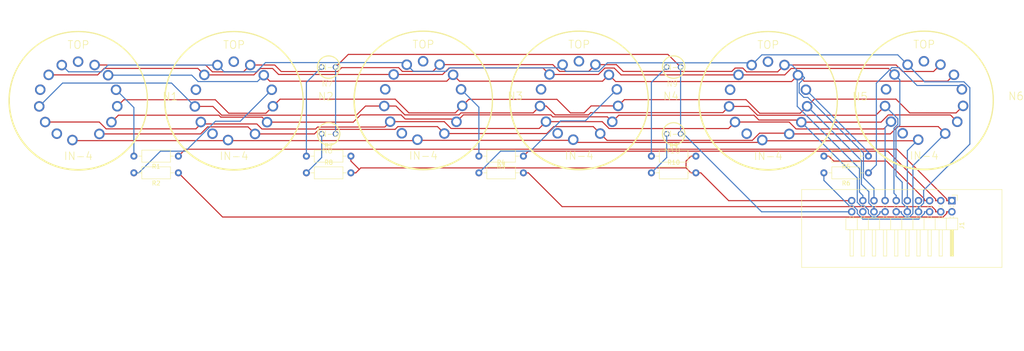
<source format=kicad_pcb>
(kicad_pcb (version 20171130) (host pcbnew 5.1.10)

  (general
    (thickness 1.6)
    (drawings 6)
    (tracks 385)
    (zones 0)
    (modules 25)
    (nets 29)
  )

  (page A4)
  (layers
    (0 F.Cu signal)
    (31 B.Cu signal)
    (32 B.Adhes user)
    (33 F.Adhes user)
    (34 B.Paste user)
    (35 F.Paste user)
    (36 B.SilkS user)
    (37 F.SilkS user)
    (38 B.Mask user)
    (39 F.Mask user)
    (40 Dwgs.User user)
    (41 Cmts.User user)
    (42 Eco1.User user)
    (43 Eco2.User user)
    (44 Edge.Cuts user)
    (45 Margin user)
    (46 B.CrtYd user)
    (47 F.CrtYd user)
    (48 B.Fab user)
    (49 F.Fab user)
  )

  (setup
    (last_trace_width 0.25)
    (trace_clearance 0.2)
    (zone_clearance 0.508)
    (zone_45_only no)
    (trace_min 0.2)
    (via_size 0.8)
    (via_drill 0.4)
    (via_min_size 0.4)
    (via_min_drill 0.3)
    (uvia_size 0.3)
    (uvia_drill 0.1)
    (uvias_allowed no)
    (uvia_min_size 0.2)
    (uvia_min_drill 0.1)
    (edge_width 0.05)
    (segment_width 0.2)
    (pcb_text_width 0.3)
    (pcb_text_size 1.5 1.5)
    (mod_edge_width 0.12)
    (mod_text_size 1 1)
    (mod_text_width 0.15)
    (pad_size 1.30556 1.30556)
    (pad_drill 0.79756)
    (pad_to_mask_clearance 0)
    (aux_axis_origin 0 0)
    (visible_elements 7FFFFFFF)
    (pcbplotparams
      (layerselection 0x010fc_ffffffff)
      (usegerberextensions false)
      (usegerberattributes true)
      (usegerberadvancedattributes true)
      (creategerberjobfile true)
      (excludeedgelayer true)
      (linewidth 0.100000)
      (plotframeref false)
      (viasonmask false)
      (mode 1)
      (useauxorigin false)
      (hpglpennumber 1)
      (hpglpenspeed 20)
      (hpglpendiameter 15.000000)
      (psnegative false)
      (psa4output false)
      (plotreference true)
      (plotvalue true)
      (plotinvisibletext false)
      (padsonsilk false)
      (subtractmaskfromsilk false)
      (outputformat 1)
      (mirror false)
      (drillshape 0)
      (scaleselection 1)
      (outputdirectory ""))
  )

  (net 0 "")
  (net 1 /a6)
  (net 2 /a5)
  (net 3 /a4)
  (net 4 /a3)
  (net 5 /a2)
  (net 6 /a1)
  (net 7 /c9)
  (net 8 /c8)
  (net 9 /c7)
  (net 10 /c6)
  (net 11 /c5)
  (net 12 /c4)
  (net 13 /c3)
  (net 14 /c2)
  (net 15 /c1)
  (net 16 /c0)
  (net 17 /dc)
  (net 18 /da)
  (net 19 "Net-(N1-PadA3)")
  (net 20 "Net-(N2-PadA3)")
  (net 21 "Net-(N3-PadA3)")
  (net 22 "Net-(N4-PadA3)")
  (net 23 "Net-(N5-PadA3)")
  (net 24 "Net-(N6-PadA3)")
  (net 25 "Net-(N7-PadA)")
  (net 26 "Net-(N8-PadA)")
  (net 27 "Net-(N9-PadA)")
  (net 28 "Net-(N10-PadA)")

  (net_class Default "This is the default net class."
    (clearance 0.2)
    (trace_width 0.25)
    (via_dia 0.8)
    (via_drill 0.4)
    (uvia_dia 0.3)
    (uvia_drill 0.1)
    (add_net /a1)
    (add_net /a2)
    (add_net /a3)
    (add_net /a4)
    (add_net /a5)
    (add_net /a6)
    (add_net /c0)
    (add_net /c1)
    (add_net /c2)
    (add_net /c3)
    (add_net /c4)
    (add_net /c5)
    (add_net /c6)
    (add_net /c7)
    (add_net /c8)
    (add_net /c9)
    (add_net /da)
    (add_net /dc)
    (add_net "Net-(J1-Pad18)")
    (add_net "Net-(J1-Pad7)")
    (add_net "Net-(N1-PadA3)")
    (add_net "Net-(N10-PadA)")
    (add_net "Net-(N2-PadA3)")
    (add_net "Net-(N3-PadA3)")
    (add_net "Net-(N4-PadA3)")
    (add_net "Net-(N5-PadA3)")
    (add_net "Net-(N6-PadA3)")
    (add_net "Net-(N7-PadA)")
    (add_net "Net-(N8-PadA)")
    (add_net "Net-(N9-PadA)")
  )

  (module nixie-clock:PinHeader_2x10_P2.54mm_Horizontal_with_Interlock (layer F.Cu) (tedit 61C75D48) (tstamp 61C48A0E)
    (at 237.49 64.77 270)
    (descr "Through hole angled pin header, 2x10, 2.54mm pitch, 6mm pin length, double rows")
    (tags "Through hole angled pin header THT 2x10 2.54mm double row")
    (path /61D9E72C)
    (fp_text reference J1 (at 5.655 -2.27 90) (layer F.SilkS)
      (effects (font (size 1 1) (thickness 0.15)))
    )
    (fp_text value Nixies-Connector (at 5.655 25.13 90) (layer F.Fab)
      (effects (font (size 1 1) (thickness 0.15)))
    )
    (fp_text user %R (at 5.31 11.43) (layer F.Fab)
      (effects (font (size 1 1) (thickness 0.15)))
    )
    (fp_line (start 13.1 -1.8) (end -1.8 -1.8) (layer F.CrtYd) (width 0.05))
    (fp_line (start 13.1 24.65) (end 13.1 -1.8) (layer F.CrtYd) (width 0.05))
    (fp_line (start -1.8 24.65) (end 13.1 24.65) (layer F.CrtYd) (width 0.05))
    (fp_line (start -1.8 -1.8) (end -1.8 24.65) (layer F.CrtYd) (width 0.05))
    (fp_line (start -1.27 -1.27) (end 0 -1.27) (layer F.SilkS) (width 0.12))
    (fp_line (start -1.27 0) (end -1.27 -1.27) (layer F.SilkS) (width 0.12))
    (fp_line (start 1.042929 23.24) (end 1.497071 23.24) (layer F.SilkS) (width 0.12))
    (fp_line (start 1.042929 22.48) (end 1.497071 22.48) (layer F.SilkS) (width 0.12))
    (fp_line (start 3.582929 23.24) (end 3.98 23.24) (layer F.SilkS) (width 0.12))
    (fp_line (start 3.582929 22.48) (end 3.98 22.48) (layer F.SilkS) (width 0.12))
    (fp_line (start 12.64 23.24) (end 6.64 23.24) (layer F.SilkS) (width 0.12))
    (fp_line (start 12.64 22.48) (end 12.64 23.24) (layer F.SilkS) (width 0.12))
    (fp_line (start 6.64 22.48) (end 12.64 22.48) (layer F.SilkS) (width 0.12))
    (fp_line (start 3.98 21.59) (end 6.64 21.59) (layer F.SilkS) (width 0.12))
    (fp_line (start 1.042929 20.7) (end 1.497071 20.7) (layer F.SilkS) (width 0.12))
    (fp_line (start 1.042929 19.94) (end 1.497071 19.94) (layer F.SilkS) (width 0.12))
    (fp_line (start 3.582929 20.7) (end 3.98 20.7) (layer F.SilkS) (width 0.12))
    (fp_line (start 3.582929 19.94) (end 3.98 19.94) (layer F.SilkS) (width 0.12))
    (fp_line (start 12.64 20.7) (end 6.64 20.7) (layer F.SilkS) (width 0.12))
    (fp_line (start 12.64 19.94) (end 12.64 20.7) (layer F.SilkS) (width 0.12))
    (fp_line (start 6.64 19.94) (end 12.64 19.94) (layer F.SilkS) (width 0.12))
    (fp_line (start 3.98 19.05) (end 6.64 19.05) (layer F.SilkS) (width 0.12))
    (fp_line (start 1.042929 18.16) (end 1.497071 18.16) (layer F.SilkS) (width 0.12))
    (fp_line (start 1.042929 17.4) (end 1.497071 17.4) (layer F.SilkS) (width 0.12))
    (fp_line (start 3.582929 18.16) (end 3.98 18.16) (layer F.SilkS) (width 0.12))
    (fp_line (start 3.582929 17.4) (end 3.98 17.4) (layer F.SilkS) (width 0.12))
    (fp_line (start 12.64 18.16) (end 6.64 18.16) (layer F.SilkS) (width 0.12))
    (fp_line (start 12.64 17.4) (end 12.64 18.16) (layer F.SilkS) (width 0.12))
    (fp_line (start 6.64 17.4) (end 12.64 17.4) (layer F.SilkS) (width 0.12))
    (fp_line (start 3.98 16.51) (end 6.64 16.51) (layer F.SilkS) (width 0.12))
    (fp_line (start 1.042929 15.62) (end 1.497071 15.62) (layer F.SilkS) (width 0.12))
    (fp_line (start 1.042929 14.86) (end 1.497071 14.86) (layer F.SilkS) (width 0.12))
    (fp_line (start 3.582929 15.62) (end 3.98 15.62) (layer F.SilkS) (width 0.12))
    (fp_line (start 3.582929 14.86) (end 3.98 14.86) (layer F.SilkS) (width 0.12))
    (fp_line (start 12.64 15.62) (end 6.64 15.62) (layer F.SilkS) (width 0.12))
    (fp_line (start 12.64 14.86) (end 12.64 15.62) (layer F.SilkS) (width 0.12))
    (fp_line (start 6.64 14.86) (end 12.64 14.86) (layer F.SilkS) (width 0.12))
    (fp_line (start 3.98 13.97) (end 6.64 13.97) (layer F.SilkS) (width 0.12))
    (fp_line (start 1.042929 13.08) (end 1.497071 13.08) (layer F.SilkS) (width 0.12))
    (fp_line (start 1.042929 12.32) (end 1.497071 12.32) (layer F.SilkS) (width 0.12))
    (fp_line (start 3.582929 13.08) (end 3.98 13.08) (layer F.SilkS) (width 0.12))
    (fp_line (start 3.582929 12.32) (end 3.98 12.32) (layer F.SilkS) (width 0.12))
    (fp_line (start 12.64 13.08) (end 6.64 13.08) (layer F.SilkS) (width 0.12))
    (fp_line (start 12.64 12.32) (end 12.64 13.08) (layer F.SilkS) (width 0.12))
    (fp_line (start 6.64 12.32) (end 12.64 12.32) (layer F.SilkS) (width 0.12))
    (fp_line (start 3.98 11.43) (end 6.64 11.43) (layer F.SilkS) (width 0.12))
    (fp_line (start 1.042929 10.54) (end 1.497071 10.54) (layer F.SilkS) (width 0.12))
    (fp_line (start 1.042929 9.78) (end 1.497071 9.78) (layer F.SilkS) (width 0.12))
    (fp_line (start 3.582929 10.54) (end 3.98 10.54) (layer F.SilkS) (width 0.12))
    (fp_line (start 3.582929 9.78) (end 3.98 9.78) (layer F.SilkS) (width 0.12))
    (fp_line (start 12.64 10.54) (end 6.64 10.54) (layer F.SilkS) (width 0.12))
    (fp_line (start 12.64 9.78) (end 12.64 10.54) (layer F.SilkS) (width 0.12))
    (fp_line (start 6.64 9.78) (end 12.64 9.78) (layer F.SilkS) (width 0.12))
    (fp_line (start 3.98 8.89) (end 6.64 8.89) (layer F.SilkS) (width 0.12))
    (fp_line (start 1.042929 8) (end 1.497071 8) (layer F.SilkS) (width 0.12))
    (fp_line (start 1.042929 7.24) (end 1.497071 7.24) (layer F.SilkS) (width 0.12))
    (fp_line (start 3.582929 8) (end 3.98 8) (layer F.SilkS) (width 0.12))
    (fp_line (start 3.582929 7.24) (end 3.98 7.24) (layer F.SilkS) (width 0.12))
    (fp_line (start 12.64 8) (end 6.64 8) (layer F.SilkS) (width 0.12))
    (fp_line (start 12.64 7.24) (end 12.64 8) (layer F.SilkS) (width 0.12))
    (fp_line (start 6.64 7.24) (end 12.64 7.24) (layer F.SilkS) (width 0.12))
    (fp_line (start 3.98 6.35) (end 6.64 6.35) (layer F.SilkS) (width 0.12))
    (fp_line (start 1.042929 5.46) (end 1.497071 5.46) (layer F.SilkS) (width 0.12))
    (fp_line (start 1.042929 4.7) (end 1.497071 4.7) (layer F.SilkS) (width 0.12))
    (fp_line (start 3.582929 5.46) (end 3.98 5.46) (layer F.SilkS) (width 0.12))
    (fp_line (start 3.582929 4.7) (end 3.98 4.7) (layer F.SilkS) (width 0.12))
    (fp_line (start 12.64 5.46) (end 6.64 5.46) (layer F.SilkS) (width 0.12))
    (fp_line (start 12.64 4.7) (end 12.64 5.46) (layer F.SilkS) (width 0.12))
    (fp_line (start 6.64 4.7) (end 12.64 4.7) (layer F.SilkS) (width 0.12))
    (fp_line (start 3.98 3.81) (end 6.64 3.81) (layer F.SilkS) (width 0.12))
    (fp_line (start 1.042929 2.92) (end 1.497071 2.92) (layer F.SilkS) (width 0.12))
    (fp_line (start 1.042929 2.16) (end 1.497071 2.16) (layer F.SilkS) (width 0.12))
    (fp_line (start 3.582929 2.92) (end 3.98 2.92) (layer F.SilkS) (width 0.12))
    (fp_line (start 3.582929 2.16) (end 3.98 2.16) (layer F.SilkS) (width 0.12))
    (fp_line (start 12.64 2.92) (end 6.64 2.92) (layer F.SilkS) (width 0.12))
    (fp_line (start 12.64 2.16) (end 12.64 2.92) (layer F.SilkS) (width 0.12))
    (fp_line (start 6.64 2.16) (end 12.64 2.16) (layer F.SilkS) (width 0.12))
    (fp_line (start 3.98 1.27) (end 6.64 1.27) (layer F.SilkS) (width 0.12))
    (fp_line (start 1.11 0.38) (end 1.497071 0.38) (layer F.SilkS) (width 0.12))
    (fp_line (start 1.11 -0.38) (end 1.497071 -0.38) (layer F.SilkS) (width 0.12))
    (fp_line (start 3.582929 0.38) (end 3.98 0.38) (layer F.SilkS) (width 0.12))
    (fp_line (start 3.582929 -0.38) (end 3.98 -0.38) (layer F.SilkS) (width 0.12))
    (fp_line (start 6.64 0.28) (end 12.64 0.28) (layer F.SilkS) (width 0.12))
    (fp_line (start 6.64 0.16) (end 12.64 0.16) (layer F.SilkS) (width 0.12))
    (fp_line (start 6.64 0.04) (end 12.64 0.04) (layer F.SilkS) (width 0.12))
    (fp_line (start 6.64 -0.08) (end 12.64 -0.08) (layer F.SilkS) (width 0.12))
    (fp_line (start 6.64 -0.2) (end 12.64 -0.2) (layer F.SilkS) (width 0.12))
    (fp_line (start 6.64 -0.32) (end 12.64 -0.32) (layer F.SilkS) (width 0.12))
    (fp_line (start 12.64 0.38) (end 6.64 0.38) (layer F.SilkS) (width 0.12))
    (fp_line (start 12.64 -0.38) (end 12.64 0.38) (layer F.SilkS) (width 0.12))
    (fp_line (start 6.64 -0.38) (end 12.64 -0.38) (layer F.SilkS) (width 0.12))
    (fp_line (start 6.64 -1.33) (end 3.98 -1.33) (layer F.SilkS) (width 0.12))
    (fp_line (start 6.64 24.19) (end 6.64 -1.33) (layer F.SilkS) (width 0.12))
    (fp_line (start 3.98 24.19) (end 6.64 24.19) (layer F.SilkS) (width 0.12))
    (fp_line (start 3.98 -1.33) (end 3.98 24.19) (layer F.SilkS) (width 0.12))
    (fp_line (start 6.58 23.18) (end 12.58 23.18) (layer F.Fab) (width 0.1))
    (fp_line (start 12.58 22.54) (end 12.58 23.18) (layer F.Fab) (width 0.1))
    (fp_line (start 6.58 22.54) (end 12.58 22.54) (layer F.Fab) (width 0.1))
    (fp_line (start -0.32 23.18) (end 4.04 23.18) (layer F.Fab) (width 0.1))
    (fp_line (start -0.32 22.54) (end -0.32 23.18) (layer F.Fab) (width 0.1))
    (fp_line (start -0.32 22.54) (end 4.04 22.54) (layer F.Fab) (width 0.1))
    (fp_line (start 6.58 20.64) (end 12.58 20.64) (layer F.Fab) (width 0.1))
    (fp_line (start 12.58 20) (end 12.58 20.64) (layer F.Fab) (width 0.1))
    (fp_line (start 6.58 20) (end 12.58 20) (layer F.Fab) (width 0.1))
    (fp_line (start -0.32 20.64) (end 4.04 20.64) (layer F.Fab) (width 0.1))
    (fp_line (start -0.32 20) (end -0.32 20.64) (layer F.Fab) (width 0.1))
    (fp_line (start -0.32 20) (end 4.04 20) (layer F.Fab) (width 0.1))
    (fp_line (start 6.58 18.1) (end 12.58 18.1) (layer F.Fab) (width 0.1))
    (fp_line (start 12.58 17.46) (end 12.58 18.1) (layer F.Fab) (width 0.1))
    (fp_line (start 6.58 17.46) (end 12.58 17.46) (layer F.Fab) (width 0.1))
    (fp_line (start -0.32 18.1) (end 4.04 18.1) (layer F.Fab) (width 0.1))
    (fp_line (start -0.32 17.46) (end -0.32 18.1) (layer F.Fab) (width 0.1))
    (fp_line (start -0.32 17.46) (end 4.04 17.46) (layer F.Fab) (width 0.1))
    (fp_line (start 6.58 15.56) (end 12.58 15.56) (layer F.Fab) (width 0.1))
    (fp_line (start 12.58 14.92) (end 12.58 15.56) (layer F.Fab) (width 0.1))
    (fp_line (start 6.58 14.92) (end 12.58 14.92) (layer F.Fab) (width 0.1))
    (fp_line (start -0.32 15.56) (end 4.04 15.56) (layer F.Fab) (width 0.1))
    (fp_line (start -0.32 14.92) (end -0.32 15.56) (layer F.Fab) (width 0.1))
    (fp_line (start -0.32 14.92) (end 4.04 14.92) (layer F.Fab) (width 0.1))
    (fp_line (start 6.58 13.02) (end 12.58 13.02) (layer F.Fab) (width 0.1))
    (fp_line (start 12.58 12.38) (end 12.58 13.02) (layer F.Fab) (width 0.1))
    (fp_line (start 6.58 12.38) (end 12.58 12.38) (layer F.Fab) (width 0.1))
    (fp_line (start -0.32 13.02) (end 4.04 13.02) (layer F.Fab) (width 0.1))
    (fp_line (start -0.32 12.38) (end -0.32 13.02) (layer F.Fab) (width 0.1))
    (fp_line (start -0.32 12.38) (end 4.04 12.38) (layer F.Fab) (width 0.1))
    (fp_line (start 6.58 10.48) (end 12.58 10.48) (layer F.Fab) (width 0.1))
    (fp_line (start 12.58 9.84) (end 12.58 10.48) (layer F.Fab) (width 0.1))
    (fp_line (start 6.58 9.84) (end 12.58 9.84) (layer F.Fab) (width 0.1))
    (fp_line (start -0.32 10.48) (end 4.04 10.48) (layer F.Fab) (width 0.1))
    (fp_line (start -0.32 9.84) (end -0.32 10.48) (layer F.Fab) (width 0.1))
    (fp_line (start -0.32 9.84) (end 4.04 9.84) (layer F.Fab) (width 0.1))
    (fp_line (start 6.58 7.94) (end 12.58 7.94) (layer F.Fab) (width 0.1))
    (fp_line (start 12.58 7.3) (end 12.58 7.94) (layer F.Fab) (width 0.1))
    (fp_line (start 6.58 7.3) (end 12.58 7.3) (layer F.Fab) (width 0.1))
    (fp_line (start -0.32 7.94) (end 4.04 7.94) (layer F.Fab) (width 0.1))
    (fp_line (start -0.32 7.3) (end -0.32 7.94) (layer F.Fab) (width 0.1))
    (fp_line (start -0.32 7.3) (end 4.04 7.3) (layer F.Fab) (width 0.1))
    (fp_line (start 6.58 5.4) (end 12.58 5.4) (layer F.Fab) (width 0.1))
    (fp_line (start 12.58 4.76) (end 12.58 5.4) (layer F.Fab) (width 0.1))
    (fp_line (start 6.58 4.76) (end 12.58 4.76) (layer F.Fab) (width 0.1))
    (fp_line (start -0.32 5.4) (end 4.04 5.4) (layer F.Fab) (width 0.1))
    (fp_line (start -0.32 4.76) (end -0.32 5.4) (layer F.Fab) (width 0.1))
    (fp_line (start -0.32 4.76) (end 4.04 4.76) (layer F.Fab) (width 0.1))
    (fp_line (start 6.58 2.86) (end 12.58 2.86) (layer F.Fab) (width 0.1))
    (fp_line (start 12.58 2.22) (end 12.58 2.86) (layer F.Fab) (width 0.1))
    (fp_line (start 6.58 2.22) (end 12.58 2.22) (layer F.Fab) (width 0.1))
    (fp_line (start -0.32 2.86) (end 4.04 2.86) (layer F.Fab) (width 0.1))
    (fp_line (start -0.32 2.22) (end -0.32 2.86) (layer F.Fab) (width 0.1))
    (fp_line (start -0.32 2.22) (end 4.04 2.22) (layer F.Fab) (width 0.1))
    (fp_line (start 6.58 0.32) (end 12.58 0.32) (layer F.Fab) (width 0.1))
    (fp_line (start 12.58 -0.32) (end 12.58 0.32) (layer F.Fab) (width 0.1))
    (fp_line (start 6.58 -0.32) (end 12.58 -0.32) (layer F.Fab) (width 0.1))
    (fp_line (start -0.32 0.32) (end 4.04 0.32) (layer F.Fab) (width 0.1))
    (fp_line (start -0.32 -0.32) (end -0.32 0.32) (layer F.Fab) (width 0.1))
    (fp_line (start -0.32 -0.32) (end 4.04 -0.32) (layer F.Fab) (width 0.1))
    (fp_line (start 4.04 -0.635) (end 4.675 -1.27) (layer F.Fab) (width 0.1))
    (fp_line (start 4.04 24.13) (end 4.04 -0.635) (layer F.Fab) (width 0.1))
    (fp_line (start 6.58 24.13) (end 4.04 24.13) (layer F.Fab) (width 0.1))
    (fp_line (start 6.58 -1.27) (end 6.58 24.13) (layer F.Fab) (width 0.1))
    (fp_line (start 4.675 -1.27) (end 6.58 -1.27) (layer F.Fab) (width 0.1))
    (fp_line (start 15.24 -11.43) (end -2.54 -11.43) (layer F.SilkS) (width 0.12))
    (fp_line (start -2.54 -11.43) (end -2.54 34.29) (layer F.SilkS) (width 0.12))
    (fp_line (start -2.54 34.29) (end 15.24 34.29) (layer F.SilkS) (width 0.12))
    (fp_line (start 15.24 -11.43) (end 15.24 34.29) (layer F.SilkS) (width 0.12))
    (pad 20 thru_hole oval (at 2.54 22.86 270) (size 1.7 1.7) (drill 1) (layers *.Cu *.Mask)
      (net 17 /dc))
    (pad 19 thru_hole oval (at 0 22.86 270) (size 1.7 1.7) (drill 1) (layers *.Cu *.Mask)
      (net 18 /da))
    (pad 18 thru_hole oval (at 2.54 20.32 270) (size 1.7 1.7) (drill 1) (layers *.Cu *.Mask))
    (pad 17 thru_hole oval (at 0 20.32 270) (size 1.7 1.7) (drill 1) (layers *.Cu *.Mask)
      (net 7 /c9))
    (pad 16 thru_hole oval (at 2.54 17.78 270) (size 1.7 1.7) (drill 1) (layers *.Cu *.Mask)
      (net 8 /c8))
    (pad 15 thru_hole oval (at 0 17.78 270) (size 1.7 1.7) (drill 1) (layers *.Cu *.Mask)
      (net 9 /c7))
    (pad 14 thru_hole oval (at 2.54 15.24 270) (size 1.7 1.7) (drill 1) (layers *.Cu *.Mask)
      (net 10 /c6))
    (pad 13 thru_hole oval (at 0 15.24 270) (size 1.7 1.7) (drill 1) (layers *.Cu *.Mask)
      (net 11 /c5))
    (pad 12 thru_hole oval (at 2.54 12.7 270) (size 1.7 1.7) (drill 1) (layers *.Cu *.Mask)
      (net 12 /c4))
    (pad 11 thru_hole oval (at 0 12.7 270) (size 1.7 1.7) (drill 1) (layers *.Cu *.Mask)
      (net 13 /c3))
    (pad 10 thru_hole oval (at 2.54 10.16 270) (size 1.7 1.7) (drill 1) (layers *.Cu *.Mask)
      (net 14 /c2))
    (pad 9 thru_hole oval (at 0 10.16 270) (size 1.7 1.7) (drill 1) (layers *.Cu *.Mask)
      (net 15 /c1))
    (pad 8 thru_hole oval (at 2.54 7.62 270) (size 1.7 1.7) (drill 1) (layers *.Cu *.Mask)
      (net 16 /c0))
    (pad 7 thru_hole oval (at 0 7.62 270) (size 1.7 1.7) (drill 1) (layers *.Cu *.Mask))
    (pad 6 thru_hole oval (at 2.54 5.08 270) (size 1.7 1.7) (drill 1) (layers *.Cu *.Mask)
      (net 1 /a6))
    (pad 5 thru_hole oval (at 0 5.08 270) (size 1.7 1.7) (drill 1) (layers *.Cu *.Mask)
      (net 2 /a5))
    (pad 4 thru_hole oval (at 2.54 2.54 270) (size 1.7 1.7) (drill 1) (layers *.Cu *.Mask)
      (net 3 /a4))
    (pad 3 thru_hole oval (at 0 2.54 270) (size 1.7 1.7) (drill 1) (layers *.Cu *.Mask)
      (net 4 /a3))
    (pad 2 thru_hole oval (at 2.54 0 270) (size 1.7 1.7) (drill 1) (layers *.Cu *.Mask)
      (net 5 /a2))
    (pad 1 thru_hole rect (at 0 0 270) (size 1.7 1.7) (drill 1) (layers *.Cu *.Mask)
      (net 6 /a1))
    (model ${KISYS3DMOD}/Connector_PinHeader_2.54mm.3dshapes/PinHeader_2x10_P2.54mm_Horizontal.wrl
      (at (xyz 0 0 0))
      (scale (xyz 1 1 1))
      (rotate (xyz 0 0 0))
    )
  )

  (module MountingHole:MountingHole_2.7mm_M2.5 (layer F.Cu) (tedit 56D1B4CB) (tstamp 61C79E7D)
    (at 243.84 58.42)
    (descr "Mounting Hole 2.7mm, no annular, M2.5")
    (tags "mounting hole 2.7mm no annular m2.5")
    (path /61CAE6FB)
    (attr virtual)
    (fp_text reference H4 (at 0 -3.7) (layer F.SilkS) hide
      (effects (font (size 1 1) (thickness 0.15)))
    )
    (fp_text value MountingHole (at 0 3.7) (layer F.Fab)
      (effects (font (size 1 1) (thickness 0.15)))
    )
    (fp_text user %R (at 0.3 0) (layer F.Fab)
      (effects (font (size 1 1) (thickness 0.15)))
    )
    (fp_circle (center 0 0) (end 2.7 0) (layer Cmts.User) (width 0.15))
    (fp_circle (center 0 0) (end 2.95 0) (layer F.CrtYd) (width 0.05))
    (pad 1 np_thru_hole circle (at 0 0) (size 2.7 2.7) (drill 2.7) (layers *.Cu *.Mask))
  )

  (module MountingHole:MountingHole_2.7mm_M2.5 (layer F.Cu) (tedit 56D1B4CB) (tstamp 61C79E75)
    (at 25.4 58.42)
    (descr "Mounting Hole 2.7mm, no annular, M2.5")
    (tags "mounting hole 2.7mm no annular m2.5")
    (path /61CAE12D)
    (attr virtual)
    (fp_text reference H3 (at 0 -3.7) (layer F.SilkS) hide
      (effects (font (size 1 1) (thickness 0.15)))
    )
    (fp_text value MountingHole (at 0 3.7) (layer F.Fab)
      (effects (font (size 1 1) (thickness 0.15)))
    )
    (fp_text user %R (at 0.3 0) (layer F.Fab)
      (effects (font (size 1 1) (thickness 0.15)))
    )
    (fp_circle (center 0 0) (end 2.7 0) (layer Cmts.User) (width 0.15))
    (fp_circle (center 0 0) (end 2.95 0) (layer F.CrtYd) (width 0.05))
    (pad 1 np_thru_hole circle (at 0 0) (size 2.7 2.7) (drill 2.7) (layers *.Cu *.Mask))
  )

  (module MountingHole:MountingHole_2.7mm_M2.5 (layer F.Cu) (tedit 56D1B4CB) (tstamp 61C79E6D)
    (at 243.84 24.13)
    (descr "Mounting Hole 2.7mm, no annular, M2.5")
    (tags "mounting hole 2.7mm no annular m2.5")
    (path /61CADA22)
    (attr virtual)
    (fp_text reference H2 (at 0 -3.7) (layer F.SilkS) hide
      (effects (font (size 1 1) (thickness 0.15)))
    )
    (fp_text value MountingHole (at 0 3.7) (layer F.Fab)
      (effects (font (size 1 1) (thickness 0.15)))
    )
    (fp_text user %R (at 0.3 0) (layer F.Fab)
      (effects (font (size 1 1) (thickness 0.15)))
    )
    (fp_circle (center 0 0) (end 2.7 0) (layer Cmts.User) (width 0.15))
    (fp_circle (center 0 0) (end 2.95 0) (layer F.CrtYd) (width 0.05))
    (pad 1 np_thru_hole circle (at 0 0) (size 2.7 2.7) (drill 2.7) (layers *.Cu *.Mask))
  )

  (module MountingHole:MountingHole_2.7mm_M2.5 (layer F.Cu) (tedit 56D1B4CB) (tstamp 61C79E65)
    (at 25.4 24.13)
    (descr "Mounting Hole 2.7mm, no annular, M2.5")
    (tags "mounting hole 2.7mm no annular m2.5")
    (path /61CACF00)
    (attr virtual)
    (fp_text reference H1 (at 0 -3.7) (layer F.SilkS) hide
      (effects (font (size 1 1) (thickness 0.15)))
    )
    (fp_text value MountingHole (at 0 3.7) (layer F.Fab)
      (effects (font (size 1 1) (thickness 0.15)))
    )
    (fp_text user %R (at 0.3 0) (layer F.Fab)
      (effects (font (size 1 1) (thickness 0.15)))
    )
    (fp_circle (center 0 0) (end 2.7 0) (layer Cmts.User) (width 0.15))
    (fp_circle (center 0 0) (end 2.95 0) (layer F.CrtYd) (width 0.05))
    (pad 1 np_thru_hole circle (at 0 0) (size 2.7 2.7) (drill 2.7) (layers *.Cu *.Mask))
  )

  (module Resistor_THT:R_Axial_DIN0207_L6.3mm_D2.5mm_P10.16mm_Horizontal (layer F.Cu) (tedit 5AE5139B) (tstamp 61C4ADDD)
    (at 168.91 58.42)
    (descr "Resistor, Axial_DIN0207 series, Axial, Horizontal, pin pitch=10.16mm, 0.25W = 1/4W, length*diameter=6.3*2.5mm^2, http://cdn-reichelt.de/documents/datenblatt/B400/1_4W%23YAG.pdf")
    (tags "Resistor Axial_DIN0207 series Axial Horizontal pin pitch 10.16mm 0.25W = 1/4W length 6.3mm diameter 2.5mm")
    (path /61E1E3E4)
    (fp_text reference R10 (at 5.08 -2.37) (layer F.SilkS)
      (effects (font (size 1 1) (thickness 0.15)))
    )
    (fp_text value 15k (at 5.08 2.37) (layer F.Fab)
      (effects (font (size 1 1) (thickness 0.15)))
    )
    (fp_line (start 1.93 -1.25) (end 1.93 1.25) (layer F.Fab) (width 0.1))
    (fp_line (start 1.93 1.25) (end 8.23 1.25) (layer F.Fab) (width 0.1))
    (fp_line (start 8.23 1.25) (end 8.23 -1.25) (layer F.Fab) (width 0.1))
    (fp_line (start 8.23 -1.25) (end 1.93 -1.25) (layer F.Fab) (width 0.1))
    (fp_line (start 0 0) (end 1.93 0) (layer F.Fab) (width 0.1))
    (fp_line (start 10.16 0) (end 8.23 0) (layer F.Fab) (width 0.1))
    (fp_line (start 1.81 -1.37) (end 1.81 1.37) (layer F.SilkS) (width 0.12))
    (fp_line (start 1.81 1.37) (end 8.35 1.37) (layer F.SilkS) (width 0.12))
    (fp_line (start 8.35 1.37) (end 8.35 -1.37) (layer F.SilkS) (width 0.12))
    (fp_line (start 8.35 -1.37) (end 1.81 -1.37) (layer F.SilkS) (width 0.12))
    (fp_line (start 1.04 0) (end 1.81 0) (layer F.SilkS) (width 0.12))
    (fp_line (start 9.12 0) (end 8.35 0) (layer F.SilkS) (width 0.12))
    (fp_line (start -1.05 -1.5) (end -1.05 1.5) (layer F.CrtYd) (width 0.05))
    (fp_line (start -1.05 1.5) (end 11.21 1.5) (layer F.CrtYd) (width 0.05))
    (fp_line (start 11.21 1.5) (end 11.21 -1.5) (layer F.CrtYd) (width 0.05))
    (fp_line (start 11.21 -1.5) (end -1.05 -1.5) (layer F.CrtYd) (width 0.05))
    (fp_text user %R (at 5.08 0) (layer F.Fab)
      (effects (font (size 1 1) (thickness 0.15)))
    )
    (pad 2 thru_hole oval (at 10.16 0) (size 1.6 1.6) (drill 0.8) (layers *.Cu *.Mask)
      (net 18 /da))
    (pad 1 thru_hole circle (at 0 0) (size 1.6 1.6) (drill 0.8) (layers *.Cu *.Mask)
      (net 28 "Net-(N10-PadA)"))
    (model ${KISYS3DMOD}/Resistor_THT.3dshapes/R_Axial_DIN0207_L6.3mm_D2.5mm_P10.16mm_Horizontal.wrl
      (at (xyz 0 0 0))
      (scale (xyz 1 1 1))
      (rotate (xyz 0 0 0))
    )
  )

  (module Resistor_THT:R_Axial_DIN0207_L6.3mm_D2.5mm_P10.16mm_Horizontal (layer F.Cu) (tedit 5AE5139B) (tstamp 61C4ADC6)
    (at 168.91 54.61)
    (descr "Resistor, Axial_DIN0207 series, Axial, Horizontal, pin pitch=10.16mm, 0.25W = 1/4W, length*diameter=6.3*2.5mm^2, http://cdn-reichelt.de/documents/datenblatt/B400/1_4W%23YAG.pdf")
    (tags "Resistor Axial_DIN0207 series Axial Horizontal pin pitch 10.16mm 0.25W = 1/4W length 6.3mm diameter 2.5mm")
    (path /61E1D1B2)
    (fp_text reference R9 (at 5.08 -2.37) (layer F.SilkS)
      (effects (font (size 1 1) (thickness 0.15)))
    )
    (fp_text value 15k (at 5.08 2.37) (layer F.Fab)
      (effects (font (size 1 1) (thickness 0.15)))
    )
    (fp_line (start 1.93 -1.25) (end 1.93 1.25) (layer F.Fab) (width 0.1))
    (fp_line (start 1.93 1.25) (end 8.23 1.25) (layer F.Fab) (width 0.1))
    (fp_line (start 8.23 1.25) (end 8.23 -1.25) (layer F.Fab) (width 0.1))
    (fp_line (start 8.23 -1.25) (end 1.93 -1.25) (layer F.Fab) (width 0.1))
    (fp_line (start 0 0) (end 1.93 0) (layer F.Fab) (width 0.1))
    (fp_line (start 10.16 0) (end 8.23 0) (layer F.Fab) (width 0.1))
    (fp_line (start 1.81 -1.37) (end 1.81 1.37) (layer F.SilkS) (width 0.12))
    (fp_line (start 1.81 1.37) (end 8.35 1.37) (layer F.SilkS) (width 0.12))
    (fp_line (start 8.35 1.37) (end 8.35 -1.37) (layer F.SilkS) (width 0.12))
    (fp_line (start 8.35 -1.37) (end 1.81 -1.37) (layer F.SilkS) (width 0.12))
    (fp_line (start 1.04 0) (end 1.81 0) (layer F.SilkS) (width 0.12))
    (fp_line (start 9.12 0) (end 8.35 0) (layer F.SilkS) (width 0.12))
    (fp_line (start -1.05 -1.5) (end -1.05 1.5) (layer F.CrtYd) (width 0.05))
    (fp_line (start -1.05 1.5) (end 11.21 1.5) (layer F.CrtYd) (width 0.05))
    (fp_line (start 11.21 1.5) (end 11.21 -1.5) (layer F.CrtYd) (width 0.05))
    (fp_line (start 11.21 -1.5) (end -1.05 -1.5) (layer F.CrtYd) (width 0.05))
    (fp_text user %R (at 5.08 0) (layer F.Fab)
      (effects (font (size 1 1) (thickness 0.15)))
    )
    (pad 2 thru_hole oval (at 10.16 0) (size 1.6 1.6) (drill 0.8) (layers *.Cu *.Mask)
      (net 18 /da))
    (pad 1 thru_hole circle (at 0 0) (size 1.6 1.6) (drill 0.8) (layers *.Cu *.Mask)
      (net 27 "Net-(N9-PadA)"))
    (model ${KISYS3DMOD}/Resistor_THT.3dshapes/R_Axial_DIN0207_L6.3mm_D2.5mm_P10.16mm_Horizontal.wrl
      (at (xyz 0 0 0))
      (scale (xyz 1 1 1))
      (rotate (xyz 0 0 0))
    )
  )

  (module Resistor_THT:R_Axial_DIN0207_L6.3mm_D2.5mm_P10.16mm_Horizontal (layer F.Cu) (tedit 5AE5139B) (tstamp 61C4ADAF)
    (at 90.17 58.42)
    (descr "Resistor, Axial_DIN0207 series, Axial, Horizontal, pin pitch=10.16mm, 0.25W = 1/4W, length*diameter=6.3*2.5mm^2, http://cdn-reichelt.de/documents/datenblatt/B400/1_4W%23YAG.pdf")
    (tags "Resistor Axial_DIN0207 series Axial Horizontal pin pitch 10.16mm 0.25W = 1/4W length 6.3mm diameter 2.5mm")
    (path /61FD4B2F)
    (fp_text reference R8 (at 5.08 -2.37) (layer F.SilkS)
      (effects (font (size 1 1) (thickness 0.15)))
    )
    (fp_text value 15k (at 5.08 2.37) (layer F.Fab)
      (effects (font (size 1 1) (thickness 0.15)))
    )
    (fp_line (start 1.93 -1.25) (end 1.93 1.25) (layer F.Fab) (width 0.1))
    (fp_line (start 1.93 1.25) (end 8.23 1.25) (layer F.Fab) (width 0.1))
    (fp_line (start 8.23 1.25) (end 8.23 -1.25) (layer F.Fab) (width 0.1))
    (fp_line (start 8.23 -1.25) (end 1.93 -1.25) (layer F.Fab) (width 0.1))
    (fp_line (start 0 0) (end 1.93 0) (layer F.Fab) (width 0.1))
    (fp_line (start 10.16 0) (end 8.23 0) (layer F.Fab) (width 0.1))
    (fp_line (start 1.81 -1.37) (end 1.81 1.37) (layer F.SilkS) (width 0.12))
    (fp_line (start 1.81 1.37) (end 8.35 1.37) (layer F.SilkS) (width 0.12))
    (fp_line (start 8.35 1.37) (end 8.35 -1.37) (layer F.SilkS) (width 0.12))
    (fp_line (start 8.35 -1.37) (end 1.81 -1.37) (layer F.SilkS) (width 0.12))
    (fp_line (start 1.04 0) (end 1.81 0) (layer F.SilkS) (width 0.12))
    (fp_line (start 9.12 0) (end 8.35 0) (layer F.SilkS) (width 0.12))
    (fp_line (start -1.05 -1.5) (end -1.05 1.5) (layer F.CrtYd) (width 0.05))
    (fp_line (start -1.05 1.5) (end 11.21 1.5) (layer F.CrtYd) (width 0.05))
    (fp_line (start 11.21 1.5) (end 11.21 -1.5) (layer F.CrtYd) (width 0.05))
    (fp_line (start 11.21 -1.5) (end -1.05 -1.5) (layer F.CrtYd) (width 0.05))
    (fp_text user %R (at 5.08 0) (layer F.Fab)
      (effects (font (size 1 1) (thickness 0.15)))
    )
    (pad 2 thru_hole oval (at 10.16 0) (size 1.6 1.6) (drill 0.8) (layers *.Cu *.Mask)
      (net 18 /da))
    (pad 1 thru_hole circle (at 0 0) (size 1.6 1.6) (drill 0.8) (layers *.Cu *.Mask)
      (net 26 "Net-(N8-PadA)"))
    (model ${KISYS3DMOD}/Resistor_THT.3dshapes/R_Axial_DIN0207_L6.3mm_D2.5mm_P10.16mm_Horizontal.wrl
      (at (xyz 0 0 0))
      (scale (xyz 1 1 1))
      (rotate (xyz 0 0 0))
    )
  )

  (module Resistor_THT:R_Axial_DIN0207_L6.3mm_D2.5mm_P10.16mm_Horizontal (layer F.Cu) (tedit 5AE5139B) (tstamp 61C4AD98)
    (at 90.17 54.61)
    (descr "Resistor, Axial_DIN0207 series, Axial, Horizontal, pin pitch=10.16mm, 0.25W = 1/4W, length*diameter=6.3*2.5mm^2, http://cdn-reichelt.de/documents/datenblatt/B400/1_4W%23YAG.pdf")
    (tags "Resistor Axial_DIN0207 series Axial Horizontal pin pitch 10.16mm 0.25W = 1/4W length 6.3mm diameter 2.5mm")
    (path /61FD4450)
    (fp_text reference R7 (at 5.08 -2.37) (layer F.SilkS)
      (effects (font (size 1 1) (thickness 0.15)))
    )
    (fp_text value 15k (at 5.08 2.37) (layer F.Fab)
      (effects (font (size 1 1) (thickness 0.15)))
    )
    (fp_line (start 1.93 -1.25) (end 1.93 1.25) (layer F.Fab) (width 0.1))
    (fp_line (start 1.93 1.25) (end 8.23 1.25) (layer F.Fab) (width 0.1))
    (fp_line (start 8.23 1.25) (end 8.23 -1.25) (layer F.Fab) (width 0.1))
    (fp_line (start 8.23 -1.25) (end 1.93 -1.25) (layer F.Fab) (width 0.1))
    (fp_line (start 0 0) (end 1.93 0) (layer F.Fab) (width 0.1))
    (fp_line (start 10.16 0) (end 8.23 0) (layer F.Fab) (width 0.1))
    (fp_line (start 1.81 -1.37) (end 1.81 1.37) (layer F.SilkS) (width 0.12))
    (fp_line (start 1.81 1.37) (end 8.35 1.37) (layer F.SilkS) (width 0.12))
    (fp_line (start 8.35 1.37) (end 8.35 -1.37) (layer F.SilkS) (width 0.12))
    (fp_line (start 8.35 -1.37) (end 1.81 -1.37) (layer F.SilkS) (width 0.12))
    (fp_line (start 1.04 0) (end 1.81 0) (layer F.SilkS) (width 0.12))
    (fp_line (start 9.12 0) (end 8.35 0) (layer F.SilkS) (width 0.12))
    (fp_line (start -1.05 -1.5) (end -1.05 1.5) (layer F.CrtYd) (width 0.05))
    (fp_line (start -1.05 1.5) (end 11.21 1.5) (layer F.CrtYd) (width 0.05))
    (fp_line (start 11.21 1.5) (end 11.21 -1.5) (layer F.CrtYd) (width 0.05))
    (fp_line (start 11.21 -1.5) (end -1.05 -1.5) (layer F.CrtYd) (width 0.05))
    (fp_text user %R (at 5.08 0) (layer F.Fab)
      (effects (font (size 1 1) (thickness 0.15)))
    )
    (pad 2 thru_hole oval (at 10.16 0) (size 1.6 1.6) (drill 0.8) (layers *.Cu *.Mask)
      (net 18 /da))
    (pad 1 thru_hole circle (at 0 0) (size 1.6 1.6) (drill 0.8) (layers *.Cu *.Mask)
      (net 25 "Net-(N7-PadA)"))
    (model ${KISYS3DMOD}/Resistor_THT.3dshapes/R_Axial_DIN0207_L6.3mm_D2.5mm_P10.16mm_Horizontal.wrl
      (at (xyz 0 0 0))
      (scale (xyz 1 1 1))
      (rotate (xyz 0 0 0))
    )
  )

  (module Resistor_THT:R_Axial_DIN0207_L6.3mm_D2.5mm_P10.16mm_Horizontal (layer F.Cu) (tedit 5AE5139B) (tstamp 61C4AD81)
    (at 218.44 58.42 180)
    (descr "Resistor, Axial_DIN0207 series, Axial, Horizontal, pin pitch=10.16mm, 0.25W = 1/4W, length*diameter=6.3*2.5mm^2, http://cdn-reichelt.de/documents/datenblatt/B400/1_4W%23YAG.pdf")
    (tags "Resistor Axial_DIN0207 series Axial Horizontal pin pitch 10.16mm 0.25W = 1/4W length 6.3mm diameter 2.5mm")
    (path /61C56907)
    (fp_text reference R6 (at 5.08 -2.37) (layer F.SilkS)
      (effects (font (size 1 1) (thickness 0.15)))
    )
    (fp_text value 5k (at 5.08 2.37) (layer F.Fab)
      (effects (font (size 1 1) (thickness 0.15)))
    )
    (fp_line (start 1.93 -1.25) (end 1.93 1.25) (layer F.Fab) (width 0.1))
    (fp_line (start 1.93 1.25) (end 8.23 1.25) (layer F.Fab) (width 0.1))
    (fp_line (start 8.23 1.25) (end 8.23 -1.25) (layer F.Fab) (width 0.1))
    (fp_line (start 8.23 -1.25) (end 1.93 -1.25) (layer F.Fab) (width 0.1))
    (fp_line (start 0 0) (end 1.93 0) (layer F.Fab) (width 0.1))
    (fp_line (start 10.16 0) (end 8.23 0) (layer F.Fab) (width 0.1))
    (fp_line (start 1.81 -1.37) (end 1.81 1.37) (layer F.SilkS) (width 0.12))
    (fp_line (start 1.81 1.37) (end 8.35 1.37) (layer F.SilkS) (width 0.12))
    (fp_line (start 8.35 1.37) (end 8.35 -1.37) (layer F.SilkS) (width 0.12))
    (fp_line (start 8.35 -1.37) (end 1.81 -1.37) (layer F.SilkS) (width 0.12))
    (fp_line (start 1.04 0) (end 1.81 0) (layer F.SilkS) (width 0.12))
    (fp_line (start 9.12 0) (end 8.35 0) (layer F.SilkS) (width 0.12))
    (fp_line (start -1.05 -1.5) (end -1.05 1.5) (layer F.CrtYd) (width 0.05))
    (fp_line (start -1.05 1.5) (end 11.21 1.5) (layer F.CrtYd) (width 0.05))
    (fp_line (start 11.21 1.5) (end 11.21 -1.5) (layer F.CrtYd) (width 0.05))
    (fp_line (start 11.21 -1.5) (end -1.05 -1.5) (layer F.CrtYd) (width 0.05))
    (fp_text user %R (at 5.08 0) (layer F.Fab)
      (effects (font (size 1 1) (thickness 0.15)))
    )
    (pad 2 thru_hole oval (at 10.16 0 180) (size 1.6 1.6) (drill 0.8) (layers *.Cu *.Mask)
      (net 1 /a6))
    (pad 1 thru_hole circle (at 0 0 180) (size 1.6 1.6) (drill 0.8) (layers *.Cu *.Mask)
      (net 24 "Net-(N6-PadA3)"))
    (model ${KISYS3DMOD}/Resistor_THT.3dshapes/R_Axial_DIN0207_L6.3mm_D2.5mm_P10.16mm_Horizontal.wrl
      (at (xyz 0 0 0))
      (scale (xyz 1 1 1))
      (rotate (xyz 0 0 0))
    )
  )

  (module Resistor_THT:R_Axial_DIN0207_L6.3mm_D2.5mm_P10.16mm_Horizontal (layer F.Cu) (tedit 5AE5139B) (tstamp 61C4AD6A)
    (at 218.44 54.61 180)
    (descr "Resistor, Axial_DIN0207 series, Axial, Horizontal, pin pitch=10.16mm, 0.25W = 1/4W, length*diameter=6.3*2.5mm^2, http://cdn-reichelt.de/documents/datenblatt/B400/1_4W%23YAG.pdf")
    (tags "Resistor Axial_DIN0207 series Axial Horizontal pin pitch 10.16mm 0.25W = 1/4W length 6.3mm diameter 2.5mm")
    (path /61C56EB1)
    (fp_text reference R5 (at 5.08 -2.37) (layer F.SilkS)
      (effects (font (size 1 1) (thickness 0.15)))
    )
    (fp_text value 5k (at 5.08 2.37) (layer F.Fab)
      (effects (font (size 1 1) (thickness 0.15)))
    )
    (fp_line (start 1.93 -1.25) (end 1.93 1.25) (layer F.Fab) (width 0.1))
    (fp_line (start 1.93 1.25) (end 8.23 1.25) (layer F.Fab) (width 0.1))
    (fp_line (start 8.23 1.25) (end 8.23 -1.25) (layer F.Fab) (width 0.1))
    (fp_line (start 8.23 -1.25) (end 1.93 -1.25) (layer F.Fab) (width 0.1))
    (fp_line (start 0 0) (end 1.93 0) (layer F.Fab) (width 0.1))
    (fp_line (start 10.16 0) (end 8.23 0) (layer F.Fab) (width 0.1))
    (fp_line (start 1.81 -1.37) (end 1.81 1.37) (layer F.SilkS) (width 0.12))
    (fp_line (start 1.81 1.37) (end 8.35 1.37) (layer F.SilkS) (width 0.12))
    (fp_line (start 8.35 1.37) (end 8.35 -1.37) (layer F.SilkS) (width 0.12))
    (fp_line (start 8.35 -1.37) (end 1.81 -1.37) (layer F.SilkS) (width 0.12))
    (fp_line (start 1.04 0) (end 1.81 0) (layer F.SilkS) (width 0.12))
    (fp_line (start 9.12 0) (end 8.35 0) (layer F.SilkS) (width 0.12))
    (fp_line (start -1.05 -1.5) (end -1.05 1.5) (layer F.CrtYd) (width 0.05))
    (fp_line (start -1.05 1.5) (end 11.21 1.5) (layer F.CrtYd) (width 0.05))
    (fp_line (start 11.21 1.5) (end 11.21 -1.5) (layer F.CrtYd) (width 0.05))
    (fp_line (start 11.21 -1.5) (end -1.05 -1.5) (layer F.CrtYd) (width 0.05))
    (fp_text user %R (at 5.08 0) (layer F.Fab)
      (effects (font (size 1 1) (thickness 0.15)))
    )
    (pad 2 thru_hole oval (at 10.16 0 180) (size 1.6 1.6) (drill 0.8) (layers *.Cu *.Mask)
      (net 2 /a5))
    (pad 1 thru_hole circle (at 0 0 180) (size 1.6 1.6) (drill 0.8) (layers *.Cu *.Mask)
      (net 23 "Net-(N5-PadA3)"))
    (model ${KISYS3DMOD}/Resistor_THT.3dshapes/R_Axial_DIN0207_L6.3mm_D2.5mm_P10.16mm_Horizontal.wrl
      (at (xyz 0 0 0))
      (scale (xyz 1 1 1))
      (rotate (xyz 0 0 0))
    )
  )

  (module Resistor_THT:R_Axial_DIN0207_L6.3mm_D2.5mm_P10.16mm_Horizontal (layer F.Cu) (tedit 5AE5139B) (tstamp 61C4AD53)
    (at 129.54 58.42)
    (descr "Resistor, Axial_DIN0207 series, Axial, Horizontal, pin pitch=10.16mm, 0.25W = 1/4W, length*diameter=6.3*2.5mm^2, http://cdn-reichelt.de/documents/datenblatt/B400/1_4W%23YAG.pdf")
    (tags "Resistor Axial_DIN0207 series Axial Horizontal pin pitch 10.16mm 0.25W = 1/4W length 6.3mm diameter 2.5mm")
    (path /61C5700B)
    (fp_text reference R4 (at 5.08 -2.37) (layer F.SilkS)
      (effects (font (size 1 1) (thickness 0.15)))
    )
    (fp_text value 5k (at 5.08 2.37) (layer F.Fab)
      (effects (font (size 1 1) (thickness 0.15)))
    )
    (fp_line (start 1.93 -1.25) (end 1.93 1.25) (layer F.Fab) (width 0.1))
    (fp_line (start 1.93 1.25) (end 8.23 1.25) (layer F.Fab) (width 0.1))
    (fp_line (start 8.23 1.25) (end 8.23 -1.25) (layer F.Fab) (width 0.1))
    (fp_line (start 8.23 -1.25) (end 1.93 -1.25) (layer F.Fab) (width 0.1))
    (fp_line (start 0 0) (end 1.93 0) (layer F.Fab) (width 0.1))
    (fp_line (start 10.16 0) (end 8.23 0) (layer F.Fab) (width 0.1))
    (fp_line (start 1.81 -1.37) (end 1.81 1.37) (layer F.SilkS) (width 0.12))
    (fp_line (start 1.81 1.37) (end 8.35 1.37) (layer F.SilkS) (width 0.12))
    (fp_line (start 8.35 1.37) (end 8.35 -1.37) (layer F.SilkS) (width 0.12))
    (fp_line (start 8.35 -1.37) (end 1.81 -1.37) (layer F.SilkS) (width 0.12))
    (fp_line (start 1.04 0) (end 1.81 0) (layer F.SilkS) (width 0.12))
    (fp_line (start 9.12 0) (end 8.35 0) (layer F.SilkS) (width 0.12))
    (fp_line (start -1.05 -1.5) (end -1.05 1.5) (layer F.CrtYd) (width 0.05))
    (fp_line (start -1.05 1.5) (end 11.21 1.5) (layer F.CrtYd) (width 0.05))
    (fp_line (start 11.21 1.5) (end 11.21 -1.5) (layer F.CrtYd) (width 0.05))
    (fp_line (start 11.21 -1.5) (end -1.05 -1.5) (layer F.CrtYd) (width 0.05))
    (fp_text user %R (at 5.08 0) (layer F.Fab)
      (effects (font (size 1 1) (thickness 0.15)))
    )
    (pad 2 thru_hole oval (at 10.16 0) (size 1.6 1.6) (drill 0.8) (layers *.Cu *.Mask)
      (net 3 /a4))
    (pad 1 thru_hole circle (at 0 0) (size 1.6 1.6) (drill 0.8) (layers *.Cu *.Mask)
      (net 22 "Net-(N4-PadA3)"))
    (model ${KISYS3DMOD}/Resistor_THT.3dshapes/R_Axial_DIN0207_L6.3mm_D2.5mm_P10.16mm_Horizontal.wrl
      (at (xyz 0 0 0))
      (scale (xyz 1 1 1))
      (rotate (xyz 0 0 0))
    )
  )

  (module Resistor_THT:R_Axial_DIN0207_L6.3mm_D2.5mm_P10.16mm_Horizontal (layer F.Cu) (tedit 5AE5139B) (tstamp 61C4AD3C)
    (at 139.7 54.61 180)
    (descr "Resistor, Axial_DIN0207 series, Axial, Horizontal, pin pitch=10.16mm, 0.25W = 1/4W, length*diameter=6.3*2.5mm^2, http://cdn-reichelt.de/documents/datenblatt/B400/1_4W%23YAG.pdf")
    (tags "Resistor Axial_DIN0207 series Axial Horizontal pin pitch 10.16mm 0.25W = 1/4W length 6.3mm diameter 2.5mm")
    (path /61C5568D)
    (fp_text reference R3 (at 5.08 -2.37) (layer F.SilkS)
      (effects (font (size 1 1) (thickness 0.15)))
    )
    (fp_text value 5k (at 5.08 2.37) (layer F.Fab)
      (effects (font (size 1 1) (thickness 0.15)))
    )
    (fp_line (start 1.93 -1.25) (end 1.93 1.25) (layer F.Fab) (width 0.1))
    (fp_line (start 1.93 1.25) (end 8.23 1.25) (layer F.Fab) (width 0.1))
    (fp_line (start 8.23 1.25) (end 8.23 -1.25) (layer F.Fab) (width 0.1))
    (fp_line (start 8.23 -1.25) (end 1.93 -1.25) (layer F.Fab) (width 0.1))
    (fp_line (start 0 0) (end 1.93 0) (layer F.Fab) (width 0.1))
    (fp_line (start 10.16 0) (end 8.23 0) (layer F.Fab) (width 0.1))
    (fp_line (start 1.81 -1.37) (end 1.81 1.37) (layer F.SilkS) (width 0.12))
    (fp_line (start 1.81 1.37) (end 8.35 1.37) (layer F.SilkS) (width 0.12))
    (fp_line (start 8.35 1.37) (end 8.35 -1.37) (layer F.SilkS) (width 0.12))
    (fp_line (start 8.35 -1.37) (end 1.81 -1.37) (layer F.SilkS) (width 0.12))
    (fp_line (start 1.04 0) (end 1.81 0) (layer F.SilkS) (width 0.12))
    (fp_line (start 9.12 0) (end 8.35 0) (layer F.SilkS) (width 0.12))
    (fp_line (start -1.05 -1.5) (end -1.05 1.5) (layer F.CrtYd) (width 0.05))
    (fp_line (start -1.05 1.5) (end 11.21 1.5) (layer F.CrtYd) (width 0.05))
    (fp_line (start 11.21 1.5) (end 11.21 -1.5) (layer F.CrtYd) (width 0.05))
    (fp_line (start 11.21 -1.5) (end -1.05 -1.5) (layer F.CrtYd) (width 0.05))
    (fp_text user %R (at 5.08 0) (layer F.Fab)
      (effects (font (size 1 1) (thickness 0.15)))
    )
    (pad 2 thru_hole oval (at 10.16 0 180) (size 1.6 1.6) (drill 0.8) (layers *.Cu *.Mask)
      (net 21 "Net-(N3-PadA3)"))
    (pad 1 thru_hole circle (at 0 0 180) (size 1.6 1.6) (drill 0.8) (layers *.Cu *.Mask)
      (net 4 /a3))
    (model ${KISYS3DMOD}/Resistor_THT.3dshapes/R_Axial_DIN0207_L6.3mm_D2.5mm_P10.16mm_Horizontal.wrl
      (at (xyz 0 0 0))
      (scale (xyz 1 1 1))
      (rotate (xyz 0 0 0))
    )
  )

  (module Resistor_THT:R_Axial_DIN0207_L6.3mm_D2.5mm_P10.16mm_Horizontal (layer F.Cu) (tedit 5AE5139B) (tstamp 61C4AD25)
    (at 60.96 58.42 180)
    (descr "Resistor, Axial_DIN0207 series, Axial, Horizontal, pin pitch=10.16mm, 0.25W = 1/4W, length*diameter=6.3*2.5mm^2, http://cdn-reichelt.de/documents/datenblatt/B400/1_4W%23YAG.pdf")
    (tags "Resistor Axial_DIN0207 series Axial Horizontal pin pitch 10.16mm 0.25W = 1/4W length 6.3mm diameter 2.5mm")
    (path /61C564C8)
    (fp_text reference R2 (at 5.08 -2.37) (layer F.SilkS)
      (effects (font (size 1 1) (thickness 0.15)))
    )
    (fp_text value 5k (at 5.08 2.37) (layer F.Fab)
      (effects (font (size 1 1) (thickness 0.15)))
    )
    (fp_line (start 1.93 -1.25) (end 1.93 1.25) (layer F.Fab) (width 0.1))
    (fp_line (start 1.93 1.25) (end 8.23 1.25) (layer F.Fab) (width 0.1))
    (fp_line (start 8.23 1.25) (end 8.23 -1.25) (layer F.Fab) (width 0.1))
    (fp_line (start 8.23 -1.25) (end 1.93 -1.25) (layer F.Fab) (width 0.1))
    (fp_line (start 0 0) (end 1.93 0) (layer F.Fab) (width 0.1))
    (fp_line (start 10.16 0) (end 8.23 0) (layer F.Fab) (width 0.1))
    (fp_line (start 1.81 -1.37) (end 1.81 1.37) (layer F.SilkS) (width 0.12))
    (fp_line (start 1.81 1.37) (end 8.35 1.37) (layer F.SilkS) (width 0.12))
    (fp_line (start 8.35 1.37) (end 8.35 -1.37) (layer F.SilkS) (width 0.12))
    (fp_line (start 8.35 -1.37) (end 1.81 -1.37) (layer F.SilkS) (width 0.12))
    (fp_line (start 1.04 0) (end 1.81 0) (layer F.SilkS) (width 0.12))
    (fp_line (start 9.12 0) (end 8.35 0) (layer F.SilkS) (width 0.12))
    (fp_line (start -1.05 -1.5) (end -1.05 1.5) (layer F.CrtYd) (width 0.05))
    (fp_line (start -1.05 1.5) (end 11.21 1.5) (layer F.CrtYd) (width 0.05))
    (fp_line (start 11.21 1.5) (end 11.21 -1.5) (layer F.CrtYd) (width 0.05))
    (fp_line (start 11.21 -1.5) (end -1.05 -1.5) (layer F.CrtYd) (width 0.05))
    (fp_text user %R (at 5.08 0) (layer F.Fab)
      (effects (font (size 1 1) (thickness 0.15)))
    )
    (pad 2 thru_hole oval (at 10.16 0 180) (size 1.6 1.6) (drill 0.8) (layers *.Cu *.Mask)
      (net 20 "Net-(N2-PadA3)"))
    (pad 1 thru_hole circle (at 0 0 180) (size 1.6 1.6) (drill 0.8) (layers *.Cu *.Mask)
      (net 5 /a2))
    (model ${KISYS3DMOD}/Resistor_THT.3dshapes/R_Axial_DIN0207_L6.3mm_D2.5mm_P10.16mm_Horizontal.wrl
      (at (xyz 0 0 0))
      (scale (xyz 1 1 1))
      (rotate (xyz 0 0 0))
    )
  )

  (module Resistor_THT:R_Axial_DIN0207_L6.3mm_D2.5mm_P10.16mm_Horizontal (layer F.Cu) (tedit 5AE5139B) (tstamp 61C4AD0E)
    (at 60.96 54.61 180)
    (descr "Resistor, Axial_DIN0207 series, Axial, Horizontal, pin pitch=10.16mm, 0.25W = 1/4W, length*diameter=6.3*2.5mm^2, http://cdn-reichelt.de/documents/datenblatt/B400/1_4W%23YAG.pdf")
    (tags "Resistor Axial_DIN0207 series Axial Horizontal pin pitch 10.16mm 0.25W = 1/4W length 6.3mm diameter 2.5mm")
    (path /61C567D1)
    (fp_text reference R1 (at 5.08 -2.37) (layer F.SilkS)
      (effects (font (size 1 1) (thickness 0.15)))
    )
    (fp_text value 5k (at 5.08 2.37) (layer F.Fab)
      (effects (font (size 1 1) (thickness 0.15)))
    )
    (fp_line (start 1.93 -1.25) (end 1.93 1.25) (layer F.Fab) (width 0.1))
    (fp_line (start 1.93 1.25) (end 8.23 1.25) (layer F.Fab) (width 0.1))
    (fp_line (start 8.23 1.25) (end 8.23 -1.25) (layer F.Fab) (width 0.1))
    (fp_line (start 8.23 -1.25) (end 1.93 -1.25) (layer F.Fab) (width 0.1))
    (fp_line (start 0 0) (end 1.93 0) (layer F.Fab) (width 0.1))
    (fp_line (start 10.16 0) (end 8.23 0) (layer F.Fab) (width 0.1))
    (fp_line (start 1.81 -1.37) (end 1.81 1.37) (layer F.SilkS) (width 0.12))
    (fp_line (start 1.81 1.37) (end 8.35 1.37) (layer F.SilkS) (width 0.12))
    (fp_line (start 8.35 1.37) (end 8.35 -1.37) (layer F.SilkS) (width 0.12))
    (fp_line (start 8.35 -1.37) (end 1.81 -1.37) (layer F.SilkS) (width 0.12))
    (fp_line (start 1.04 0) (end 1.81 0) (layer F.SilkS) (width 0.12))
    (fp_line (start 9.12 0) (end 8.35 0) (layer F.SilkS) (width 0.12))
    (fp_line (start -1.05 -1.5) (end -1.05 1.5) (layer F.CrtYd) (width 0.05))
    (fp_line (start -1.05 1.5) (end 11.21 1.5) (layer F.CrtYd) (width 0.05))
    (fp_line (start 11.21 1.5) (end 11.21 -1.5) (layer F.CrtYd) (width 0.05))
    (fp_line (start 11.21 -1.5) (end -1.05 -1.5) (layer F.CrtYd) (width 0.05))
    (fp_text user %R (at 5.08 0) (layer F.Fab)
      (effects (font (size 1 1) (thickness 0.15)))
    )
    (pad 2 thru_hole oval (at 10.16 0 180) (size 1.6 1.6) (drill 0.8) (layers *.Cu *.Mask)
      (net 19 "Net-(N1-PadA3)"))
    (pad 1 thru_hole circle (at 0 0 180) (size 1.6 1.6) (drill 0.8) (layers *.Cu *.Mask)
      (net 6 /a1))
    (model ${KISYS3DMOD}/Resistor_THT.3dshapes/R_Axial_DIN0207_L6.3mm_D2.5mm_P10.16mm_Horizontal.wrl
      (at (xyz 0 0 0))
      (scale (xyz 1 1 1))
      (rotate (xyz 0 0 0))
    )
  )

  (module nixies-us:nixies-us-IN-4-DSUB (layer F.Cu) (tedit 200000) (tstamp 61C464A9)
    (at 152.433 41.8236)
    (descr "MAY BE USED WITH SOCKET: PL31-P")
    (tags "MAY BE USED WITH SOCKET: PL31-P")
    (path /61C6CBCA)
    (attr virtual)
    (fp_text reference N4 (at 20.955 -0.889) (layer F.SilkS)
      (effects (font (size 1.778 1.778) (thickness 0.1524)))
    )
    (fp_text value IN-4 (at 0 12.7) (layer F.SilkS)
      (effects (font (size 1.778 1.778) (thickness 0.1524)))
    )
    (fp_circle (center 0 0) (end 0 -2.54) (layer F.Mask) (width 0.0254))
    (fp_circle (center 0 0) (end 0 -1.27) (layer F.Mask) (width 2.54))
    (fp_circle (center 0 0) (end 0 -1.27) (layer B.Mask) (width 2.54))
    (fp_circle (center -0.03302 0.08636) (end -0.03302 -2.45364) (layer Dwgs.User) (width 0.0254))
    (fp_circle (center -0.03302 0.08636) (end -0.03302 -15.73022) (layer F.SilkS) (width 0.254))
    (fp_circle (center 0 0) (end 0 -15.75308) (layer F.SilkS) (width 0.254))
    (fp_text user TOP (at 0 -12.7) (layer F.SilkS)
      (effects (font (size 1.778 1.778) (thickness 0.1524)))
    )
    (pad "" np_thru_hole circle (at -0.03302 0.08636) (size 4.99872 4.99872) (drill 4.99872) (layers *.Cu *.Mask))
    (pad N/C thru_hole circle (at -0.06096 -8.86714) (size 2.39776 2.39776) (drill 1.59766) (layers *.Cu *.Mask))
    (pad A3 thru_hole circle (at 8.60044 -2.45364) (size 2.39776 2.39776) (drill 1.59766) (layers *.Cu *.Mask)
      (net 22 "Net-(N4-PadA3)"))
    (pad A2 thru_hole circle (at -8.70712 -2.46634) (size 2.39776 2.39776) (drill 1.59766) (layers *.Cu *.Mask))
    (pad A1 thru_hole circle (at -4.91744 7.5692) (size 2.39776 2.39776) (drill 1.59766) (layers *.Cu *.Mask))
    (pad 9 thru_hole circle (at 6.78688 -5.77596) (size 2.39776 2.39776) (drill 1.59766) (layers *.Cu *.Mask)
      (net 7 /c9))
    (pad 8 thru_hole circle (at 8.8773 1.3208) (size 2.39776 2.39776) (drill 1.59766) (layers *.Cu *.Mask)
      (net 8 /c8))
    (pad 7 thru_hole circle (at 3.70586 -8.10006) (size 2.39776 2.39776) (drill 1.59766) (layers *.Cu *.Mask)
      (net 9 /c7))
    (pad 6 thru_hole circle (at 7.54634 4.94284) (size 2.39776 2.39776) (drill 1.59766) (layers *.Cu *.Mask)
      (net 10 /c6))
    (pad 5 thru_hole circle (at -7.57682 4.91236) (size 2.39776 2.39776) (drill 1.59766) (layers *.Cu *.Mask)
      (net 11 /c5))
    (pad 4 thru_hole circle (at 4.79298 7.63016) (size 2.39776 2.39776) (drill 1.59766) (layers *.Cu *.Mask)
      (net 12 /c4))
    (pad 3 thru_hole circle (at -8.93572 1.35128) (size 2.39776 2.39776) (drill 1.59766) (layers *.Cu *.Mask)
      (net 13 /c3))
    (pad 2 thru_hole circle (at -6.7818 -5.84708) (size 2.39776 2.39776) (drill 1.59766) (layers *.Cu *.Mask)
      (net 14 /c2))
    (pad 1 thru_hole circle (at -1.36144 9.02462) (size 2.39776 2.39776) (drill 1.59766) (layers *.Cu *.Mask)
      (net 15 /c1))
    (pad 0 thru_hole circle (at -3.79222 -8.08228) (size 2.39776 2.39776) (drill 1.59766) (layers *.Cu *.Mask)
      (net 16 /c0))
  )

  (module nixies-us:nixies-us-IN-4-DSUB (layer F.Cu) (tedit 200000) (tstamp 61C4645B)
    (at 38.133 41.91)
    (descr "MAY BE USED WITH SOCKET: PL31-P")
    (tags "MAY BE USED WITH SOCKET: PL31-P")
    (path /61C656EE)
    (attr virtual)
    (fp_text reference N1 (at 20.955 -0.889) (layer F.SilkS)
      (effects (font (size 1.778 1.778) (thickness 0.1524)))
    )
    (fp_text value IN-4 (at 0 12.7) (layer F.SilkS)
      (effects (font (size 1.778 1.778) (thickness 0.1524)))
    )
    (fp_circle (center 0 0) (end 0 -15.75308) (layer F.SilkS) (width 0.254))
    (fp_circle (center -0.03302 0.08636) (end -0.03302 -15.73022) (layer F.SilkS) (width 0.254))
    (fp_circle (center -0.03302 0.08636) (end -0.03302 -2.45364) (layer Dwgs.User) (width 0.0254))
    (fp_circle (center 0 0) (end 0 -1.27) (layer B.Mask) (width 2.54))
    (fp_circle (center 0 0) (end 0 -1.27) (layer F.Mask) (width 2.54))
    (fp_circle (center 0 0) (end 0 -2.54) (layer F.Mask) (width 0.0254))
    (fp_text user TOP (at 0 -12.7) (layer F.SilkS)
      (effects (font (size 1.778 1.778) (thickness 0.1524)))
    )
    (pad 0 thru_hole circle (at -3.79222 -8.08228) (size 2.39776 2.39776) (drill 1.59766) (layers *.Cu *.Mask)
      (net 16 /c0))
    (pad 1 thru_hole circle (at -1.36144 9.02462) (size 2.39776 2.39776) (drill 1.59766) (layers *.Cu *.Mask)
      (net 15 /c1))
    (pad 2 thru_hole circle (at -6.7818 -5.84708) (size 2.39776 2.39776) (drill 1.59766) (layers *.Cu *.Mask)
      (net 14 /c2))
    (pad 3 thru_hole circle (at -8.93572 1.35128) (size 2.39776 2.39776) (drill 1.59766) (layers *.Cu *.Mask)
      (net 13 /c3))
    (pad 4 thru_hole circle (at 4.79298 7.63016) (size 2.39776 2.39776) (drill 1.59766) (layers *.Cu *.Mask)
      (net 12 /c4))
    (pad 5 thru_hole circle (at -7.57682 4.91236) (size 2.39776 2.39776) (drill 1.59766) (layers *.Cu *.Mask)
      (net 11 /c5))
    (pad 6 thru_hole circle (at 7.54634 4.94284) (size 2.39776 2.39776) (drill 1.59766) (layers *.Cu *.Mask)
      (net 10 /c6))
    (pad 7 thru_hole circle (at 3.70586 -8.10006) (size 2.39776 2.39776) (drill 1.59766) (layers *.Cu *.Mask)
      (net 9 /c7))
    (pad 8 thru_hole circle (at 8.8773 1.3208) (size 2.39776 2.39776) (drill 1.59766) (layers *.Cu *.Mask)
      (net 8 /c8))
    (pad 9 thru_hole circle (at 6.78688 -5.77596) (size 2.39776 2.39776) (drill 1.59766) (layers *.Cu *.Mask)
      (net 7 /c9))
    (pad A1 thru_hole circle (at -4.91744 7.5692) (size 2.39776 2.39776) (drill 1.59766) (layers *.Cu *.Mask))
    (pad A2 thru_hole circle (at -8.70712 -2.46634) (size 2.39776 2.39776) (drill 1.59766) (layers *.Cu *.Mask))
    (pad A3 thru_hole circle (at 8.60044 -2.45364) (size 2.39776 2.39776) (drill 1.59766) (layers *.Cu *.Mask)
      (net 19 "Net-(N1-PadA3)"))
    (pad N/C thru_hole circle (at -0.06096 -8.86714) (size 2.39776 2.39776) (drill 1.59766) (layers *.Cu *.Mask))
    (pad "" np_thru_hole circle (at -0.03302 0.08636) (size 4.99872 4.99872) (drill 4.99872) (layers *.Cu *.Mask))
  )

  (module nixies-us:nixies-us-IN-4-DSUB (layer F.Cu) (tedit 200000) (tstamp 61C46475)
    (at 73.66 41.91)
    (descr "MAY BE USED WITH SOCKET: PL31-P")
    (tags "MAY BE USED WITH SOCKET: PL31-P")
    (path /61C66B88)
    (attr virtual)
    (fp_text reference N2 (at 20.955 -0.889) (layer F.SilkS)
      (effects (font (size 1.778 1.778) (thickness 0.1524)))
    )
    (fp_text value IN-4 (at 0 12.7) (layer F.SilkS)
      (effects (font (size 1.778 1.778) (thickness 0.1524)))
    )
    (fp_circle (center 0 0) (end 0 -2.54) (layer F.Mask) (width 0.0254))
    (fp_circle (center 0 0) (end 0 -1.27) (layer F.Mask) (width 2.54))
    (fp_circle (center 0 0) (end 0 -1.27) (layer B.Mask) (width 2.54))
    (fp_circle (center -0.03302 0.08636) (end -0.03302 -2.45364) (layer Dwgs.User) (width 0.0254))
    (fp_circle (center -0.03302 0.08636) (end -0.03302 -15.73022) (layer F.SilkS) (width 0.254))
    (fp_circle (center 0 0) (end 0 -15.75308) (layer F.SilkS) (width 0.254))
    (fp_text user TOP (at 0 -12.7) (layer F.SilkS)
      (effects (font (size 1.778 1.778) (thickness 0.1524)))
    )
    (pad "" np_thru_hole circle (at -0.03302 0.08636) (size 4.99872 4.99872) (drill 4.99872) (layers *.Cu *.Mask))
    (pad N/C thru_hole circle (at -0.06096 -8.86714) (size 2.39776 2.39776) (drill 1.59766) (layers *.Cu *.Mask))
    (pad A3 thru_hole circle (at 8.60044 -2.45364) (size 2.39776 2.39776) (drill 1.59766) (layers *.Cu *.Mask)
      (net 20 "Net-(N2-PadA3)"))
    (pad A2 thru_hole circle (at -8.70712 -2.46634) (size 2.39776 2.39776) (drill 1.59766) (layers *.Cu *.Mask))
    (pad A1 thru_hole circle (at -4.91744 7.5692) (size 2.39776 2.39776) (drill 1.59766) (layers *.Cu *.Mask))
    (pad 9 thru_hole circle (at 6.78688 -5.77596) (size 2.39776 2.39776) (drill 1.59766) (layers *.Cu *.Mask)
      (net 7 /c9))
    (pad 8 thru_hole circle (at 8.8773 1.3208) (size 2.39776 2.39776) (drill 1.59766) (layers *.Cu *.Mask)
      (net 8 /c8))
    (pad 7 thru_hole circle (at 3.70586 -8.10006) (size 2.39776 2.39776) (drill 1.59766) (layers *.Cu *.Mask)
      (net 9 /c7))
    (pad 6 thru_hole circle (at 7.54634 4.94284) (size 2.39776 2.39776) (drill 1.59766) (layers *.Cu *.Mask)
      (net 10 /c6))
    (pad 5 thru_hole circle (at -7.57682 4.91236) (size 2.39776 2.39776) (drill 1.59766) (layers *.Cu *.Mask)
      (net 11 /c5))
    (pad 4 thru_hole circle (at 4.79298 7.63016) (size 2.39776 2.39776) (drill 1.59766) (layers *.Cu *.Mask)
      (net 12 /c4))
    (pad 3 thru_hole circle (at -8.93572 1.35128) (size 2.39776 2.39776) (drill 1.59766) (layers *.Cu *.Mask)
      (net 13 /c3))
    (pad 2 thru_hole circle (at -6.7818 -5.84708) (size 2.39776 2.39776) (drill 1.59766) (layers *.Cu *.Mask)
      (net 14 /c2))
    (pad 1 thru_hole circle (at -1.36144 9.02462) (size 2.39776 2.39776) (drill 1.59766) (layers *.Cu *.Mask)
      (net 15 /c1))
    (pad 0 thru_hole circle (at -3.79222 -8.08228) (size 2.39776 2.39776) (drill 1.59766) (layers *.Cu *.Mask)
      (net 16 /c0))
  )

  (module nixies-us:nixies-us-IN-4-DSUB (layer F.Cu) (tedit 200000) (tstamp 61C4648F)
    (at 116.873 41.8236)
    (descr "MAY BE USED WITH SOCKET: PL31-P")
    (tags "MAY BE USED WITH SOCKET: PL31-P")
    (path /61C6CBC4)
    (attr virtual)
    (fp_text reference N3 (at 20.955 -0.889) (layer F.SilkS)
      (effects (font (size 1.778 1.778) (thickness 0.1524)))
    )
    (fp_text value IN-4 (at 0 12.7) (layer F.SilkS)
      (effects (font (size 1.778 1.778) (thickness 0.1524)))
    )
    (fp_circle (center 0 0) (end 0 -15.75308) (layer F.SilkS) (width 0.254))
    (fp_circle (center -0.03302 0.08636) (end -0.03302 -15.73022) (layer F.SilkS) (width 0.254))
    (fp_circle (center -0.03302 0.08636) (end -0.03302 -2.45364) (layer Dwgs.User) (width 0.0254))
    (fp_circle (center 0 0) (end 0 -1.27) (layer B.Mask) (width 2.54))
    (fp_circle (center 0 0) (end 0 -1.27) (layer F.Mask) (width 2.54))
    (fp_circle (center 0 0) (end 0 -2.54) (layer F.Mask) (width 0.0254))
    (fp_text user TOP (at 0 -12.7) (layer F.SilkS)
      (effects (font (size 1.778 1.778) (thickness 0.1524)))
    )
    (pad 0 thru_hole circle (at -3.79222 -8.08228) (size 2.39776 2.39776) (drill 1.59766) (layers *.Cu *.Mask)
      (net 16 /c0))
    (pad 1 thru_hole circle (at -1.36144 9.02462) (size 2.39776 2.39776) (drill 1.59766) (layers *.Cu *.Mask)
      (net 15 /c1))
    (pad 2 thru_hole circle (at -6.7818 -5.84708) (size 2.39776 2.39776) (drill 1.59766) (layers *.Cu *.Mask)
      (net 14 /c2))
    (pad 3 thru_hole circle (at -8.93572 1.35128) (size 2.39776 2.39776) (drill 1.59766) (layers *.Cu *.Mask)
      (net 13 /c3))
    (pad 4 thru_hole circle (at 4.79298 7.63016) (size 2.39776 2.39776) (drill 1.59766) (layers *.Cu *.Mask)
      (net 12 /c4))
    (pad 5 thru_hole circle (at -7.57682 4.91236) (size 2.39776 2.39776) (drill 1.59766) (layers *.Cu *.Mask)
      (net 11 /c5))
    (pad 6 thru_hole circle (at 7.54634 4.94284) (size 2.39776 2.39776) (drill 1.59766) (layers *.Cu *.Mask)
      (net 10 /c6))
    (pad 7 thru_hole circle (at 3.70586 -8.10006) (size 2.39776 2.39776) (drill 1.59766) (layers *.Cu *.Mask)
      (net 9 /c7))
    (pad 8 thru_hole circle (at 8.8773 1.3208) (size 2.39776 2.39776) (drill 1.59766) (layers *.Cu *.Mask)
      (net 8 /c8))
    (pad 9 thru_hole circle (at 6.78688 -5.77596) (size 2.39776 2.39776) (drill 1.59766) (layers *.Cu *.Mask)
      (net 7 /c9))
    (pad A1 thru_hole circle (at -4.91744 7.5692) (size 2.39776 2.39776) (drill 1.59766) (layers *.Cu *.Mask))
    (pad A2 thru_hole circle (at -8.70712 -2.46634) (size 2.39776 2.39776) (drill 1.59766) (layers *.Cu *.Mask))
    (pad A3 thru_hole circle (at 8.60044 -2.45364) (size 2.39776 2.39776) (drill 1.59766) (layers *.Cu *.Mask)
      (net 21 "Net-(N3-PadA3)"))
    (pad N/C thru_hole circle (at -0.06096 -8.86714) (size 2.39776 2.39776) (drill 1.59766) (layers *.Cu *.Mask))
    (pad "" np_thru_hole circle (at -0.03302 0.08636) (size 4.99872 4.99872) (drill 4.99872) (layers *.Cu *.Mask))
  )

  (module nixies-us:nixies-us-IN-4-DSUB (layer F.Cu) (tedit 200000) (tstamp 61C464C3)
    (at 195.58 41.91)
    (descr "MAY BE USED WITH SOCKET: PL31-P")
    (tags "MAY BE USED WITH SOCKET: PL31-P")
    (path /61C6E7AE)
    (attr virtual)
    (fp_text reference N5 (at 20.955 -0.889) (layer F.SilkS)
      (effects (font (size 1.778 1.778) (thickness 0.1524)))
    )
    (fp_text value IN-4 (at 0 12.7) (layer F.SilkS)
      (effects (font (size 1.778 1.778) (thickness 0.1524)))
    )
    (fp_circle (center 0 0) (end 0 -15.75308) (layer F.SilkS) (width 0.254))
    (fp_circle (center -0.03302 0.08636) (end -0.03302 -15.73022) (layer F.SilkS) (width 0.254))
    (fp_circle (center -0.03302 0.08636) (end -0.03302 -2.45364) (layer Dwgs.User) (width 0.0254))
    (fp_circle (center 0 0) (end 0 -1.27) (layer B.Mask) (width 2.54))
    (fp_circle (center 0 0) (end 0 -1.27) (layer F.Mask) (width 2.54))
    (fp_circle (center 0 0) (end 0 -2.54) (layer F.Mask) (width 0.0254))
    (fp_text user TOP (at 0 -12.7) (layer F.SilkS)
      (effects (font (size 1.778 1.778) (thickness 0.1524)))
    )
    (pad 0 thru_hole circle (at -3.79222 -8.08228) (size 2.39776 2.39776) (drill 1.59766) (layers *.Cu *.Mask)
      (net 16 /c0))
    (pad 1 thru_hole circle (at -1.36144 9.02462) (size 2.39776 2.39776) (drill 1.59766) (layers *.Cu *.Mask)
      (net 15 /c1))
    (pad 2 thru_hole circle (at -6.7818 -5.84708) (size 2.39776 2.39776) (drill 1.59766) (layers *.Cu *.Mask)
      (net 14 /c2))
    (pad 3 thru_hole circle (at -8.93572 1.35128) (size 2.39776 2.39776) (drill 1.59766) (layers *.Cu *.Mask)
      (net 13 /c3))
    (pad 4 thru_hole circle (at 4.79298 7.63016) (size 2.39776 2.39776) (drill 1.59766) (layers *.Cu *.Mask)
      (net 12 /c4))
    (pad 5 thru_hole circle (at -7.57682 4.91236) (size 2.39776 2.39776) (drill 1.59766) (layers *.Cu *.Mask)
      (net 11 /c5))
    (pad 6 thru_hole circle (at 7.54634 4.94284) (size 2.39776 2.39776) (drill 1.59766) (layers *.Cu *.Mask)
      (net 10 /c6))
    (pad 7 thru_hole circle (at 3.70586 -8.10006) (size 2.39776 2.39776) (drill 1.59766) (layers *.Cu *.Mask)
      (net 9 /c7))
    (pad 8 thru_hole circle (at 8.8773 1.3208) (size 2.39776 2.39776) (drill 1.59766) (layers *.Cu *.Mask)
      (net 8 /c8))
    (pad 9 thru_hole circle (at 6.78688 -5.77596) (size 2.39776 2.39776) (drill 1.59766) (layers *.Cu *.Mask)
      (net 7 /c9))
    (pad A1 thru_hole circle (at -4.91744 7.5692) (size 2.39776 2.39776) (drill 1.59766) (layers *.Cu *.Mask))
    (pad A2 thru_hole circle (at -8.70712 -2.46634) (size 2.39776 2.39776) (drill 1.59766) (layers *.Cu *.Mask))
    (pad A3 thru_hole circle (at 8.60044 -2.45364) (size 2.39776 2.39776) (drill 1.59766) (layers *.Cu *.Mask)
      (net 23 "Net-(N5-PadA3)"))
    (pad N/C thru_hole circle (at -0.06096 -8.86714) (size 2.39776 2.39776) (drill 1.59766) (layers *.Cu *.Mask))
    (pad "" np_thru_hole circle (at -0.03302 0.08636) (size 4.99872 4.99872) (drill 4.99872) (layers *.Cu *.Mask))
  )

  (module nixies-us:nixies-us-IN-4-DSUB (layer F.Cu) (tedit 200000) (tstamp 61C464DD)
    (at 231.173 41.8236)
    (descr "MAY BE USED WITH SOCKET: PL31-P")
    (tags "MAY BE USED WITH SOCKET: PL31-P")
    (path /61C6E7B4)
    (attr virtual)
    (fp_text reference N6 (at 20.955 -0.889) (layer F.SilkS)
      (effects (font (size 1.778 1.778) (thickness 0.1524)))
    )
    (fp_text value IN-4 (at 0 12.7) (layer F.SilkS)
      (effects (font (size 1.778 1.778) (thickness 0.1524)))
    )
    (fp_circle (center 0 0) (end 0 -2.54) (layer F.Mask) (width 0.0254))
    (fp_circle (center 0 0) (end 0 -1.27) (layer F.Mask) (width 2.54))
    (fp_circle (center 0 0) (end 0 -1.27) (layer B.Mask) (width 2.54))
    (fp_circle (center -0.03302 0.08636) (end -0.03302 -2.45364) (layer Dwgs.User) (width 0.0254))
    (fp_circle (center -0.03302 0.08636) (end -0.03302 -15.73022) (layer F.SilkS) (width 0.254))
    (fp_circle (center 0 0) (end 0 -15.75308) (layer F.SilkS) (width 0.254))
    (fp_text user TOP (at 0 -12.7) (layer F.SilkS)
      (effects (font (size 1.778 1.778) (thickness 0.1524)))
    )
    (pad "" np_thru_hole circle (at -0.03302 0.08636) (size 4.99872 4.99872) (drill 4.99872) (layers *.Cu *.Mask))
    (pad N/C thru_hole circle (at -0.06096 -8.86714) (size 2.39776 2.39776) (drill 1.59766) (layers *.Cu *.Mask))
    (pad A3 thru_hole circle (at 8.60044 -2.45364) (size 2.39776 2.39776) (drill 1.59766) (layers *.Cu *.Mask)
      (net 24 "Net-(N6-PadA3)"))
    (pad A2 thru_hole circle (at -8.70712 -2.46634) (size 2.39776 2.39776) (drill 1.59766) (layers *.Cu *.Mask))
    (pad A1 thru_hole circle (at -4.91744 7.5692) (size 2.39776 2.39776) (drill 1.59766) (layers *.Cu *.Mask))
    (pad 9 thru_hole circle (at 6.78688 -5.77596) (size 2.39776 2.39776) (drill 1.59766) (layers *.Cu *.Mask)
      (net 7 /c9))
    (pad 8 thru_hole circle (at 8.8773 1.3208) (size 2.39776 2.39776) (drill 1.59766) (layers *.Cu *.Mask)
      (net 8 /c8))
    (pad 7 thru_hole circle (at 3.70586 -8.10006) (size 2.39776 2.39776) (drill 1.59766) (layers *.Cu *.Mask)
      (net 9 /c7))
    (pad 6 thru_hole circle (at 7.54634 4.94284) (size 2.39776 2.39776) (drill 1.59766) (layers *.Cu *.Mask)
      (net 10 /c6))
    (pad 5 thru_hole circle (at -7.57682 4.91236) (size 2.39776 2.39776) (drill 1.59766) (layers *.Cu *.Mask)
      (net 11 /c5))
    (pad 4 thru_hole circle (at 4.79298 7.63016) (size 2.39776 2.39776) (drill 1.59766) (layers *.Cu *.Mask)
      (net 12 /c4))
    (pad 3 thru_hole circle (at -8.93572 1.35128) (size 2.39776 2.39776) (drill 1.59766) (layers *.Cu *.Mask)
      (net 13 /c3))
    (pad 2 thru_hole circle (at -6.7818 -5.84708) (size 2.39776 2.39776) (drill 1.59766) (layers *.Cu *.Mask)
      (net 14 /c2))
    (pad 1 thru_hole circle (at -1.36144 9.02462) (size 2.39776 2.39776) (drill 1.59766) (layers *.Cu *.Mask)
      (net 15 /c1))
    (pad 0 thru_hole circle (at -3.79222 -8.08228) (size 2.39776 2.39776) (drill 1.59766) (layers *.Cu *.Mask)
      (net 16 /c0))
  )

  (module nixies-us:nixies-us-IN-6 (layer F.Cu) (tedit 200000) (tstamp 61C464E4)
    (at 95.25 34.29)
    (path /61C6976E)
    (attr virtual)
    (fp_text reference N7 (at -0.3175 3.81 180) (layer F.SilkS)
      (effects (font (size 1.27 1.27) (thickness 0.1016)))
    )
    (fp_text value IN-6 (at 0 0) (layer F.SilkS)
      (effects (font (size 1.27 1.27) (thickness 0.15)))
    )
    (fp_circle (center 0 0) (end 0 -2.55778) (layer F.SilkS) (width 0.254))
    (pad K thru_hole circle (at 1.58496 0) (size 1.30556 2.61366) (drill 0.79756) (layers *.Cu *.Mask)
      (net 17 /dc))
    (pad A thru_hole circle (at -1.5875 0) (size 1.30556 2.61366) (drill 0.79756) (layers *.Cu *.Mask)
      (net 25 "Net-(N7-PadA)"))
  )

  (module nixies-us:nixies-us-IN-6 (layer F.Cu) (tedit 200000) (tstamp 61C464EB)
    (at 95.25 49.53)
    (path /61C679B4)
    (attr virtual)
    (fp_text reference N8 (at -0.3175 3.81 180) (layer F.SilkS)
      (effects (font (size 1.27 1.27) (thickness 0.1016)))
    )
    (fp_text value IN-6 (at 0 0) (layer F.SilkS)
      (effects (font (size 1.27 1.27) (thickness 0.15)))
    )
    (fp_circle (center 0 0) (end 0 -2.55778) (layer F.SilkS) (width 0.254))
    (pad A thru_hole circle (at -1.5875 0) (size 1.30556 2.61366) (drill 0.79756) (layers *.Cu *.Mask)
      (net 26 "Net-(N8-PadA)"))
    (pad K thru_hole circle (at 1.58496 0) (size 1.30556 2.61366) (drill 0.79756) (layers *.Cu *.Mask)
      (net 17 /dc))
  )

  (module nixies-us:nixies-us-IN-6 (layer F.Cu) (tedit 200000) (tstamp 61C464F2)
    (at 173.99 34.29)
    (path /61C6CBD6)
    (attr virtual)
    (fp_text reference N9 (at -0.3175 3.81 180) (layer F.SilkS)
      (effects (font (size 1.27 1.27) (thickness 0.1016)))
    )
    (fp_text value IN-6 (at 0 0) (layer F.SilkS)
      (effects (font (size 1.27 1.27) (thickness 0.15)))
    )
    (fp_circle (center 0 0) (end 0 -2.55778) (layer F.SilkS) (width 0.254))
    (pad K thru_hole circle (at 1.58496 0) (size 1.30556 2.61366) (drill 0.79756) (layers *.Cu *.Mask)
      (net 17 /dc))
    (pad A thru_hole circle (at -1.5875 0) (size 1.30556 2.61366) (drill 0.79756) (layers *.Cu *.Mask)
      (net 27 "Net-(N9-PadA)"))
  )

  (module nixies-us:nixies-us-IN-6 (layer F.Cu) (tedit 200000) (tstamp 61C464F9)
    (at 173.99 49.53)
    (path /61C6CBD0)
    (attr virtual)
    (fp_text reference N10 (at -0.3175 3.81 180) (layer F.SilkS)
      (effects (font (size 1.27 1.27) (thickness 0.1016)))
    )
    (fp_text value IN-6 (at 0 0) (layer F.SilkS)
      (effects (font (size 1.27 1.27) (thickness 0.15)))
    )
    (fp_circle (center 0 0) (end 0 -2.55778) (layer F.SilkS) (width 0.254))
    (pad A thru_hole circle (at -1.5875 0) (size 1.30556 2.61366) (drill 0.79756) (layers *.Cu *.Mask)
      (net 28 "Net-(N10-PadA)"))
    (pad K thru_hole circle (at 1.58496 0) (size 1.30556 2.61366) (drill 0.79756) (layers *.Cu *.Mask)
      (net 17 /dc))
  )

  (gr_line (start 248.92 99.06) (end 238.76 99.06) (layer Dwgs.User) (width 0.15) (tstamp 61C49F02))
  (gr_line (start 248.92 19.05) (end 248.92 99.06) (layer Dwgs.User) (width 0.15))
  (gr_line (start 20.32 99.06) (end 238.76 99.06) (layer Dwgs.User) (width 0.15))
  (gr_line (start 20.32 19.05) (end 20.32 99.06) (layer Dwgs.User) (width 0.15))
  (gr_line (start 134.62 19.05) (end 248.92 19.05) (layer Dwgs.User) (width 0.15))
  (gr_line (start 20.32 19.05) (end 134.62 19.05) (layer Dwgs.User) (width 0.15))

  (segment (start 232.41 67.31) (end 231.2347 67.31) (width 0.25) (layer B.Cu) (net 1))
  (segment (start 208.28 58.42) (end 208.28 60.1459) (width 0.25) (layer B.Cu) (net 1))
  (segment (start 208.28 60.1459) (end 214.0795 65.9454) (width 0.25) (layer B.Cu) (net 1))
  (segment (start 214.0795 65.9454) (end 214.9296 65.9454) (width 0.25) (layer B.Cu) (net 1))
  (segment (start 214.9296 65.9454) (end 215.9 66.9158) (width 0.25) (layer B.Cu) (net 1))
  (segment (start 215.9 66.9158) (end 215.9 67.7132) (width 0.25) (layer B.Cu) (net 1))
  (segment (start 215.9 67.7132) (end 217.1791 68.9923) (width 0.25) (layer B.Cu) (net 1))
  (segment (start 217.1791 68.9923) (end 229.9197 68.9923) (width 0.25) (layer B.Cu) (net 1))
  (segment (start 229.9197 68.9923) (end 231.2347 67.6773) (width 0.25) (layer B.Cu) (net 1))
  (segment (start 231.2347 67.6773) (end 231.2347 67.31) (width 0.25) (layer B.Cu) (net 1))
  (segment (start 208.28 54.61) (end 209.4053 54.61) (width 0.25) (layer F.Cu) (net 2))
  (segment (start 232.41 64.77) (end 231.2347 64.77) (width 0.25) (layer F.Cu) (net 2))
  (segment (start 231.2347 64.77) (end 231.2347 64.4026) (width 0.25) (layer F.Cu) (net 2))
  (segment (start 231.2347 64.4026) (end 222.5674 55.7353) (width 0.25) (layer F.Cu) (net 2))
  (segment (start 222.5674 55.7353) (end 210.5306 55.7353) (width 0.25) (layer F.Cu) (net 2))
  (segment (start 210.5306 55.7353) (end 209.4053 54.61) (width 0.25) (layer F.Cu) (net 2))
  (segment (start 139.7 58.42) (end 140.8253 58.42) (width 0.25) (layer F.Cu) (net 3))
  (segment (start 234.95 67.31) (end 233.7747 67.31) (width 0.25) (layer F.Cu) (net 3))
  (segment (start 233.7747 67.31) (end 233.7747 66.9426) (width 0.25) (layer F.Cu) (net 3))
  (segment (start 233.7747 66.9426) (end 232.9668 66.1347) (width 0.25) (layer F.Cu) (net 3))
  (segment (start 232.9668 66.1347) (end 148.54 66.1347) (width 0.25) (layer F.Cu) (net 3))
  (segment (start 148.54 66.1347) (end 140.8253 58.42) (width 0.25) (layer F.Cu) (net 3))
  (segment (start 234.95 64.77) (end 233.7747 64.77) (width 0.25) (layer F.Cu) (net 4))
  (segment (start 233.7747 64.77) (end 233.7747 64.4027) (width 0.25) (layer F.Cu) (net 4))
  (segment (start 233.7747 64.4027) (end 222.8557 53.4837) (width 0.25) (layer F.Cu) (net 4))
  (segment (start 222.8557 53.4837) (end 140.8263 53.4837) (width 0.25) (layer F.Cu) (net 4))
  (segment (start 140.8263 53.4837) (end 139.7 54.61) (width 0.25) (layer F.Cu) (net 4))
  (segment (start 237.49 67.31) (end 236.3147 67.31) (width 0.25) (layer F.Cu) (net 5))
  (segment (start 60.96 58.42) (end 71.046 68.506) (width 0.25) (layer F.Cu) (net 5))
  (segment (start 71.046 68.506) (end 235.484 68.506) (width 0.25) (layer F.Cu) (net 5))
  (segment (start 235.484 68.506) (end 236.3147 67.6753) (width 0.25) (layer F.Cu) (net 5))
  (segment (start 236.3147 67.6753) (end 236.3147 67.31) (width 0.25) (layer F.Cu) (net 5))
  (segment (start 236.3147 64.77) (end 236.3147 64.4027) (width 0.25) (layer F.Cu) (net 6))
  (segment (start 236.3147 64.4027) (end 224.9454 53.0334) (width 0.25) (layer F.Cu) (net 6))
  (segment (start 224.9454 53.0334) (end 62.5366 53.0334) (width 0.25) (layer F.Cu) (net 6))
  (segment (start 62.5366 53.0334) (end 60.96 54.61) (width 0.25) (layer F.Cu) (net 6))
  (segment (start 237.49 64.77) (end 236.3147 64.77) (width 0.25) (layer F.Cu) (net 6))
  (segment (start 202.3669 36.134) (end 203.7365 37.5036) (width 0.25) (layer F.Cu) (net 7))
  (segment (start 203.7365 37.5036) (end 236.5039 37.5036) (width 0.25) (layer F.Cu) (net 7))
  (segment (start 236.5039 37.5036) (end 237.9599 36.0476) (width 0.25) (layer F.Cu) (net 7))
  (segment (start 159.2199 36.0476) (end 160.7595 37.5872) (width 0.25) (layer F.Cu) (net 7))
  (segment (start 160.7595 37.5872) (end 200.9137 37.5872) (width 0.25) (layer F.Cu) (net 7))
  (segment (start 200.9137 37.5872) (end 202.3669 36.134) (width 0.25) (layer F.Cu) (net 7))
  (segment (start 202.3669 36.134) (end 202.1977 36.3032) (width 0.25) (layer B.Cu) (net 7))
  (segment (start 202.1977 36.3032) (end 202.1977 43.2543) (width 0.25) (layer B.Cu) (net 7))
  (segment (start 202.1977 43.2543) (end 216.402 57.4586) (width 0.25) (layer B.Cu) (net 7))
  (segment (start 216.402 57.4586) (end 216.402 62.8267) (width 0.25) (layer B.Cu) (net 7))
  (segment (start 216.402 62.8267) (end 217.17 63.5947) (width 0.25) (layer B.Cu) (net 7))
  (segment (start 80.4469 36.134) (end 81.8137 37.5008) (width 0.25) (layer F.Cu) (net 7))
  (segment (start 81.8137 37.5008) (end 122.2067 37.5008) (width 0.25) (layer F.Cu) (net 7))
  (segment (start 122.2067 37.5008) (end 123.6599 36.0476) (width 0.25) (layer F.Cu) (net 7))
  (segment (start 159.2199 36.0476) (end 157.7667 37.5008) (width 0.25) (layer F.Cu) (net 7))
  (segment (start 157.7667 37.5008) (end 125.1131 37.5008) (width 0.25) (layer F.Cu) (net 7))
  (segment (start 125.1131 37.5008) (end 123.6599 36.0476) (width 0.25) (layer F.Cu) (net 7))
  (segment (start 80.4469 36.134) (end 78.9898 37.5911) (width 0.25) (layer B.Cu) (net 7))
  (segment (start 78.9898 37.5911) (end 65.4633 37.5911) (width 0.25) (layer B.Cu) (net 7))
  (segment (start 65.4633 37.5911) (end 64.0062 36.134) (width 0.25) (layer B.Cu) (net 7))
  (segment (start 64.0062 36.134) (end 44.9199 36.134) (width 0.25) (layer B.Cu) (net 7))
  (segment (start 217.17 64.77) (end 217.17 63.5947) (width 0.25) (layer B.Cu) (net 7))
  (segment (start 204.4573 43.2308) (end 202.863 44.8251) (width 0.25) (layer F.Cu) (net 8))
  (segment (start 202.863 44.8251) (end 193.6174 44.8251) (width 0.25) (layer F.Cu) (net 8))
  (segment (start 193.6174 44.8251) (end 190.507 41.7147) (width 0.25) (layer F.Cu) (net 8))
  (segment (start 190.507 41.7147) (end 162.74 41.7147) (width 0.25) (layer F.Cu) (net 8))
  (segment (start 162.74 41.7147) (end 161.3103 43.1444) (width 0.25) (layer F.Cu) (net 8))
  (segment (start 82.5373 43.2308) (end 80.947 44.8211) (width 0.25) (layer F.Cu) (net 8))
  (segment (start 80.947 44.8211) (end 72.4569 44.8211) (width 0.25) (layer F.Cu) (net 8))
  (segment (start 72.4569 44.8211) (end 69.3721 41.7363) (width 0.25) (layer F.Cu) (net 8))
  (segment (start 69.3721 41.7363) (end 48.5048 41.7363) (width 0.25) (layer F.Cu) (net 8))
  (segment (start 48.5048 41.7363) (end 47.0103 43.2308) (width 0.25) (layer F.Cu) (net 8))
  (segment (start 125.7503 43.1444) (end 124.1599 44.7348) (width 0.25) (layer F.Cu) (net 8))
  (segment (start 124.1599 44.7348) (end 113.5565 44.7348) (width 0.25) (layer F.Cu) (net 8))
  (segment (start 113.5565 44.7348) (end 110.4353 41.6136) (width 0.25) (layer F.Cu) (net 8))
  (segment (start 110.4353 41.6136) (end 84.1545 41.6136) (width 0.25) (layer F.Cu) (net 8))
  (segment (start 84.1545 41.6136) (end 82.5373 43.2308) (width 0.25) (layer F.Cu) (net 8))
  (segment (start 161.3103 43.1444) (end 155.1604 43.1444) (width 0.25) (layer F.Cu) (net 8))
  (segment (start 155.1604 43.1444) (end 153.5701 44.7347) (width 0.25) (layer F.Cu) (net 8))
  (segment (start 153.5701 44.7347) (end 150.4371 44.7347) (width 0.25) (layer F.Cu) (net 8))
  (segment (start 150.4371 44.7347) (end 147.3523 41.6499) (width 0.25) (layer F.Cu) (net 8))
  (segment (start 147.3523 41.6499) (end 127.2448 41.6499) (width 0.25) (layer F.Cu) (net 8))
  (segment (start 127.2448 41.6499) (end 125.7503 43.1444) (width 0.25) (layer F.Cu) (net 8))
  (segment (start 219.71 67.31) (end 219.71 66.1347) (width 0.25) (layer B.Cu) (net 8))
  (segment (start 204.4573 43.2308) (end 216.8524 55.6259) (width 0.25) (layer B.Cu) (net 8))
  (segment (start 216.8524 55.6259) (end 216.8524 61.0297) (width 0.25) (layer B.Cu) (net 8))
  (segment (start 216.8524 61.0297) (end 218.5347 62.712) (width 0.25) (layer B.Cu) (net 8))
  (segment (start 218.5347 62.712) (end 218.5347 65.3268) (width 0.25) (layer B.Cu) (net 8))
  (segment (start 218.5347 65.3268) (end 219.3426 66.1347) (width 0.25) (layer B.Cu) (net 8))
  (segment (start 219.3426 66.1347) (end 219.71 66.1347) (width 0.25) (layer B.Cu) (net 8))
  (segment (start 240.0503 43.1444) (end 238.4469 44.7478) (width 0.25) (layer F.Cu) (net 8))
  (segment (start 238.4469 44.7478) (end 227.8695 44.7478) (width 0.25) (layer F.Cu) (net 8))
  (segment (start 227.8695 44.7478) (end 224.723 41.6013) (width 0.25) (layer F.Cu) (net 8))
  (segment (start 224.723 41.6013) (end 206.0868 41.6013) (width 0.25) (layer F.Cu) (net 8))
  (segment (start 206.0868 41.6013) (end 204.4573 43.2308) (width 0.25) (layer F.Cu) (net 8))
  (segment (start 77.3659 33.8099) (end 75.8095 35.3663) (width 0.25) (layer F.Cu) (net 9))
  (segment (start 75.8095 35.3663) (end 68.718 35.3663) (width 0.25) (layer F.Cu) (net 9))
  (segment (start 68.718 35.3663) (end 67.1616 33.8099) (width 0.25) (layer F.Cu) (net 9))
  (segment (start 67.1616 33.8099) (end 41.8389 33.8099) (width 0.25) (layer F.Cu) (net 9))
  (segment (start 120.5789 33.7235) (end 119.0258 35.2766) (width 0.25) (layer F.Cu) (net 9))
  (segment (start 119.0258 35.2766) (end 112.0798 35.2766) (width 0.25) (layer F.Cu) (net 9))
  (segment (start 112.0798 35.2766) (end 111.2145 34.4113) (width 0.25) (layer F.Cu) (net 9))
  (segment (start 111.2145 34.4113) (end 98.2195 34.4113) (width 0.25) (layer F.Cu) (net 9))
  (segment (start 98.2195 34.4113) (end 97.3298 35.301) (width 0.25) (layer F.Cu) (net 9))
  (segment (start 97.3298 35.301) (end 84.4326 35.301) (width 0.25) (layer F.Cu) (net 9))
  (segment (start 84.4326 35.301) (end 82.9415 33.8099) (width 0.25) (layer F.Cu) (net 9))
  (segment (start 82.9415 33.8099) (end 77.3659 33.8099) (width 0.25) (layer F.Cu) (net 9))
  (segment (start 156.1389 33.7235) (end 154.5858 35.2766) (width 0.25) (layer F.Cu) (net 9))
  (segment (start 154.5858 35.2766) (end 147.9612 35.2766) (width 0.25) (layer F.Cu) (net 9))
  (segment (start 147.9612 35.2766) (end 146.4081 33.7235) (width 0.25) (layer F.Cu) (net 9))
  (segment (start 146.4081 33.7235) (end 120.5789 33.7235) (width 0.25) (layer F.Cu) (net 9))
  (segment (start 199.2859 33.8099) (end 197.7328 35.363) (width 0.25) (layer F.Cu) (net 9))
  (segment (start 197.7328 35.363) (end 190.6235 35.363) (width 0.25) (layer F.Cu) (net 9))
  (segment (start 190.6235 35.363) (end 189.7658 34.5053) (width 0.25) (layer F.Cu) (net 9))
  (segment (start 189.7658 34.5053) (end 188.0368 34.5053) (width 0.25) (layer F.Cu) (net 9))
  (segment (start 188.0368 34.5053) (end 187.2674 35.2747) (width 0.25) (layer F.Cu) (net 9))
  (segment (start 187.2674 35.2747) (end 162.4716 35.2747) (width 0.25) (layer F.Cu) (net 9))
  (segment (start 162.4716 35.2747) (end 160.9204 33.7235) (width 0.25) (layer F.Cu) (net 9))
  (segment (start 160.9204 33.7235) (end 156.1389 33.7235) (width 0.25) (layer F.Cu) (net 9))
  (segment (start 199.2859 33.8099) (end 224.761 33.8099) (width 0.25) (layer F.Cu) (net 9))
  (segment (start 224.761 33.8099) (end 226.2393 35.2882) (width 0.25) (layer F.Cu) (net 9))
  (segment (start 226.2393 35.2882) (end 233.3142 35.2882) (width 0.25) (layer F.Cu) (net 9))
  (segment (start 233.3142 35.2882) (end 234.8789 33.7235) (width 0.25) (layer F.Cu) (net 9))
  (segment (start 199.2859 33.8099) (end 200.9542 33.8099) (width 0.25) (layer B.Cu) (net 9))
  (segment (start 200.9542 33.8099) (end 203.8491 36.7048) (width 0.25) (layer B.Cu) (net 9))
  (segment (start 203.8491 36.7048) (end 203.8491 36.8082) (width 0.25) (layer B.Cu) (net 9))
  (segment (start 203.8491 36.8082) (end 202.6482 38.0091) (width 0.25) (layer B.Cu) (net 9))
  (segment (start 202.6482 38.0091) (end 202.6482 40.1514) (width 0.25) (layer B.Cu) (net 9))
  (segment (start 202.6482 40.1514) (end 203.7019 41.2051) (width 0.25) (layer B.Cu) (net 9))
  (segment (start 203.7019 41.2051) (end 204.6164 41.2051) (width 0.25) (layer B.Cu) (net 9))
  (segment (start 204.6164 41.2051) (end 217.3147 53.9034) (width 0.25) (layer B.Cu) (net 9))
  (segment (start 217.3147 53.9034) (end 217.3147 59.5454) (width 0.25) (layer B.Cu) (net 9))
  (segment (start 217.3147 59.5454) (end 219.71 61.9407) (width 0.25) (layer B.Cu) (net 9))
  (segment (start 219.71 61.9407) (end 219.71 64.77) (width 0.25) (layer B.Cu) (net 9))
  (segment (start 203.1263 46.8528) (end 202.6455 46.372) (width 0.25) (layer F.Cu) (net 10))
  (segment (start 202.6455 46.372) (end 193.4402 46.372) (width 0.25) (layer F.Cu) (net 10))
  (segment (start 193.4402 46.372) (end 192.3471 45.2789) (width 0.25) (layer F.Cu) (net 10))
  (segment (start 192.3471 45.2789) (end 161.4668 45.2789) (width 0.25) (layer F.Cu) (net 10))
  (segment (start 161.4668 45.2789) (end 159.9793 46.7664) (width 0.25) (layer F.Cu) (net 10))
  (segment (start 238.7193 46.7664) (end 237.1646 45.2117) (width 0.25) (layer F.Cu) (net 10))
  (segment (start 237.1646 45.2117) (end 222.9648 45.2117) (width 0.25) (layer F.Cu) (net 10))
  (segment (start 222.9648 45.2117) (end 221.3237 46.8528) (width 0.25) (layer F.Cu) (net 10))
  (segment (start 221.3237 46.8528) (end 203.1263 46.8528) (width 0.25) (layer F.Cu) (net 10))
  (segment (start 124.4193 46.7664) (end 126.0006 45.1851) (width 0.25) (layer F.Cu) (net 10))
  (segment (start 126.0006 45.1851) (end 145.9554 45.1851) (width 0.25) (layer F.Cu) (net 10))
  (segment (start 145.9554 45.1851) (end 146.4062 45.6359) (width 0.25) (layer F.Cu) (net 10))
  (segment (start 146.4062 45.6359) (end 158.8488 45.6359) (width 0.25) (layer F.Cu) (net 10))
  (segment (start 158.8488 45.6359) (end 159.9793 46.7664) (width 0.25) (layer F.Cu) (net 10))
  (segment (start 81.2063 46.8528) (end 100.8781 46.8528) (width 0.25) (layer F.Cu) (net 10))
  (segment (start 100.8781 46.8528) (end 102.5351 45.1958) (width 0.25) (layer F.Cu) (net 10))
  (segment (start 102.5351 45.1958) (end 111.7788 45.1958) (width 0.25) (layer F.Cu) (net 10))
  (segment (start 111.7788 45.1958) (end 112.7217 46.1387) (width 0.25) (layer F.Cu) (net 10))
  (segment (start 112.7217 46.1387) (end 123.7916 46.1387) (width 0.25) (layer F.Cu) (net 10))
  (segment (start 123.7916 46.1387) (end 124.4193 46.7664) (width 0.25) (layer F.Cu) (net 10))
  (segment (start 222.25 67.31) (end 221.0747 67.31) (width 0.25) (layer B.Cu) (net 10))
  (segment (start 203.1263 46.8528) (end 215.9 59.6265) (width 0.25) (layer B.Cu) (net 10))
  (segment (start 215.9 59.6265) (end 215.9 65.1647) (width 0.25) (layer B.Cu) (net 10))
  (segment (start 215.9 65.1647) (end 216.6807 65.9454) (width 0.25) (layer B.Cu) (net 10))
  (segment (start 216.6807 65.9454) (end 217.4883 65.9454) (width 0.25) (layer B.Cu) (net 10))
  (segment (start 217.4883 65.9454) (end 218.44 66.8971) (width 0.25) (layer B.Cu) (net 10))
  (segment (start 218.44 66.8971) (end 218.44 67.7082) (width 0.25) (layer B.Cu) (net 10))
  (segment (start 218.44 67.7082) (end 219.2171 68.4853) (width 0.25) (layer B.Cu) (net 10))
  (segment (start 219.2171 68.4853) (end 220.2668 68.4853) (width 0.25) (layer B.Cu) (net 10))
  (segment (start 220.2668 68.4853) (end 221.0747 67.6774) (width 0.25) (layer B.Cu) (net 10))
  (segment (start 221.0747 67.6774) (end 221.0747 67.31) (width 0.25) (layer B.Cu) (net 10))
  (segment (start 45.6793 46.8528) (end 47.2605 45.2716) (width 0.25) (layer F.Cu) (net 10))
  (segment (start 47.2605 45.2716) (end 70.2039 45.2716) (width 0.25) (layer F.Cu) (net 10))
  (segment (start 70.2039 45.2716) (end 70.6541 45.7218) (width 0.25) (layer F.Cu) (net 10))
  (segment (start 70.6541 45.7218) (end 80.0753 45.7218) (width 0.25) (layer F.Cu) (net 10))
  (segment (start 80.0753 45.7218) (end 81.2063 46.8528) (width 0.25) (layer F.Cu) (net 10))
  (segment (start 144.8562 46.736) (end 143.294 48.2982) (width 0.25) (layer F.Cu) (net 11))
  (segment (start 143.294 48.2982) (end 123.1978 48.2982) (width 0.25) (layer F.Cu) (net 11))
  (segment (start 123.1978 48.2982) (end 121.6356 46.736) (width 0.25) (layer F.Cu) (net 11))
  (segment (start 121.6356 46.736) (end 109.2962 46.736) (width 0.25) (layer F.Cu) (net 11))
  (segment (start 109.2962 46.736) (end 108.0646 47.9676) (width 0.25) (layer F.Cu) (net 11))
  (segment (start 108.0646 47.9676) (end 92.7228 47.9676) (width 0.25) (layer F.Cu) (net 11))
  (segment (start 92.7228 47.9676) (end 92.2725 48.4179) (width 0.25) (layer F.Cu) (net 11))
  (segment (start 92.2725 48.4179) (end 80.0181 48.4179) (width 0.25) (layer F.Cu) (net 11))
  (segment (start 80.0181 48.4179) (end 78.8662 47.266) (width 0.25) (layer F.Cu) (net 11))
  (segment (start 78.8662 47.266) (end 66.0832 47.266) (width 0.25) (layer F.Cu) (net 11))
  (segment (start 30.5562 46.8224) (end 42.8956 46.8224) (width 0.25) (layer F.Cu) (net 11))
  (segment (start 42.8956 46.8224) (end 44.4578 48.3846) (width 0.25) (layer F.Cu) (net 11))
  (segment (start 44.4578 48.3846) (end 64.9646 48.3846) (width 0.25) (layer F.Cu) (net 11))
  (segment (start 64.9646 48.3846) (end 66.0832 47.266) (width 0.25) (layer F.Cu) (net 11))
  (segment (start 66.0832 47.266) (end 66.0832 46.8224) (width 0.25) (layer F.Cu) (net 11))
  (segment (start 188.0032 46.8224) (end 186.5139 48.3117) (width 0.25) (layer F.Cu) (net 11))
  (segment (start 186.5139 48.3117) (end 159.2628 48.3117) (width 0.25) (layer F.Cu) (net 11))
  (segment (start 159.2628 48.3117) (end 157.6871 46.736) (width 0.25) (layer F.Cu) (net 11))
  (segment (start 157.6871 46.736) (end 144.8562 46.736) (width 0.25) (layer F.Cu) (net 11))
  (segment (start 223.5962 46.736) (end 221.9256 48.4066) (width 0.25) (layer F.Cu) (net 11))
  (segment (start 221.9256 48.4066) (end 201.9268 48.4066) (width 0.25) (layer F.Cu) (net 11))
  (segment (start 201.9268 48.4066) (end 200.3426 46.8224) (width 0.25) (layer F.Cu) (net 11))
  (segment (start 200.3426 46.8224) (end 188.0032 46.8224) (width 0.25) (layer F.Cu) (net 11))
  (segment (start 222.25 64.77) (end 222.25 48.0822) (width 0.25) (layer B.Cu) (net 11))
  (segment (start 222.25 48.0822) (end 223.5962 46.736) (width 0.25) (layer B.Cu) (net 11))
  (segment (start 157.226 49.4538) (end 155.6407 47.8685) (width 0.25) (layer F.Cu) (net 12))
  (segment (start 155.6407 47.8685) (end 146.6072 47.8685) (width 0.25) (layer F.Cu) (net 12))
  (segment (start 146.6072 47.8685) (end 145.0219 49.4538) (width 0.25) (layer F.Cu) (net 12))
  (segment (start 145.0219 49.4538) (end 121.666 49.4538) (width 0.25) (layer F.Cu) (net 12))
  (segment (start 200.373 49.5402) (end 200.2032 49.3704) (width 0.25) (layer F.Cu) (net 12))
  (segment (start 200.2032 49.3704) (end 193.5882 49.3704) (width 0.25) (layer F.Cu) (net 12))
  (segment (start 193.5882 49.3704) (end 191.946 51.0126) (width 0.25) (layer F.Cu) (net 12))
  (segment (start 191.946 51.0126) (end 158.7848 51.0126) (width 0.25) (layer F.Cu) (net 12))
  (segment (start 158.7848 51.0126) (end 157.226 49.4538) (width 0.25) (layer F.Cu) (net 12))
  (segment (start 200.373 49.5402) (end 223.4488 49.5402) (width 0.25) (layer F.Cu) (net 12))
  (segment (start 223.4488 49.5402) (end 225.1347 47.8543) (width 0.25) (layer F.Cu) (net 12))
  (segment (start 225.1347 47.8543) (end 234.3665 47.8543) (width 0.25) (layer F.Cu) (net 12))
  (segment (start 234.3665 47.8543) (end 235.966 49.4538) (width 0.25) (layer F.Cu) (net 12))
  (segment (start 224.79 67.31) (end 225.9653 67.31) (width 0.25) (layer B.Cu) (net 12))
  (segment (start 235.966 49.4538) (end 228.6 56.8198) (width 0.25) (layer B.Cu) (net 12))
  (segment (start 228.6 56.8198) (end 228.6 67.7082) (width 0.25) (layer B.Cu) (net 12))
  (segment (start 228.6 67.7082) (end 227.8229 68.4853) (width 0.25) (layer B.Cu) (net 12))
  (segment (start 227.8229 68.4853) (end 226.7732 68.4853) (width 0.25) (layer B.Cu) (net 12))
  (segment (start 226.7732 68.4853) (end 225.9653 67.6774) (width 0.25) (layer B.Cu) (net 12))
  (segment (start 225.9653 67.6774) (end 225.9653 67.31) (width 0.25) (layer B.Cu) (net 12))
  (segment (start 121.666 49.4538) (end 120.0807 47.8685) (width 0.25) (layer F.Cu) (net 12))
  (segment (start 120.0807 47.8685) (end 111.0472 47.8685) (width 0.25) (layer F.Cu) (net 12))
  (segment (start 111.0472 47.8685) (end 110.4183 48.4974) (width 0.25) (layer F.Cu) (net 12))
  (segment (start 110.4183 48.4974) (end 93.0552 48.4974) (width 0.25) (layer F.Cu) (net 12))
  (segment (start 93.0552 48.4974) (end 92.0124 49.5402) (width 0.25) (layer F.Cu) (net 12))
  (segment (start 92.0124 49.5402) (end 78.453 49.5402) (width 0.25) (layer F.Cu) (net 12))
  (segment (start 42.926 49.5402) (end 66.0222 49.5402) (width 0.25) (layer F.Cu) (net 12))
  (segment (start 66.0222 49.5402) (end 67.6277 47.9347) (width 0.25) (layer F.Cu) (net 12))
  (segment (start 67.6277 47.9347) (end 76.8475 47.9347) (width 0.25) (layer F.Cu) (net 12))
  (segment (start 76.8475 47.9347) (end 78.453 49.5402) (width 0.25) (layer F.Cu) (net 12))
  (segment (start 222.2373 43.1749) (end 220.1367 45.2755) (width 0.25) (layer F.Cu) (net 13))
  (segment (start 220.1367 45.2755) (end 193.1126 45.2755) (width 0.25) (layer F.Cu) (net 13))
  (segment (start 193.1126 45.2755) (end 191.0984 43.2613) (width 0.25) (layer F.Cu) (net 13))
  (segment (start 191.0984 43.2613) (end 186.6443 43.2613) (width 0.25) (layer F.Cu) (net 13))
  (segment (start 186.6443 43.2613) (end 185.2253 44.6803) (width 0.25) (layer F.Cu) (net 13))
  (segment (start 185.2253 44.6803) (end 155.0704 44.6803) (width 0.25) (layer F.Cu) (net 13))
  (segment (start 155.0704 44.6803) (end 154.5656 45.1851) (width 0.25) (layer F.Cu) (net 13))
  (segment (start 154.5656 45.1851) (end 146.9308 45.1851) (width 0.25) (layer F.Cu) (net 13))
  (segment (start 146.9308 45.1851) (end 144.9206 43.1749) (width 0.25) (layer F.Cu) (net 13))
  (segment (start 144.9206 43.1749) (end 143.4973 43.1749) (width 0.25) (layer F.Cu) (net 13))
  (segment (start 143.4973 43.1749) (end 141.9376 44.7346) (width 0.25) (layer F.Cu) (net 13))
  (segment (start 141.9376 44.7346) (end 125.4523 44.7346) (width 0.25) (layer F.Cu) (net 13))
  (segment (start 125.4523 44.7346) (end 124.9911 45.1958) (width 0.25) (layer F.Cu) (net 13))
  (segment (start 124.9911 45.1958) (end 112.641 45.1958) (width 0.25) (layer F.Cu) (net 13))
  (segment (start 112.641 45.1958) (end 110.6201 43.1749) (width 0.25) (layer F.Cu) (net 13))
  (segment (start 110.6201 43.1749) (end 107.9373 43.1749) (width 0.25) (layer F.Cu) (net 13))
  (segment (start 107.9373 43.1749) (end 103.667 43.1749) (width 0.25) (layer F.Cu) (net 13))
  (segment (start 103.667 43.1749) (end 101.5704 45.2715) (width 0.25) (layer F.Cu) (net 13))
  (segment (start 101.5704 45.2715) (end 70.8407 45.2715) (width 0.25) (layer F.Cu) (net 13))
  (segment (start 70.8407 45.2715) (end 68.8305 43.2613) (width 0.25) (layer F.Cu) (net 13))
  (segment (start 68.8305 43.2613) (end 64.7243 43.2613) (width 0.25) (layer F.Cu) (net 13))
  (segment (start 224.79 64.77) (end 224.79 63.5947) (width 0.25) (layer B.Cu) (net 13))
  (segment (start 222.2373 43.1749) (end 225.1446 46.0822) (width 0.25) (layer B.Cu) (net 13))
  (segment (start 225.1446 46.0822) (end 225.1446 47.3513) (width 0.25) (layer B.Cu) (net 13))
  (segment (start 225.1446 47.3513) (end 224.2737 48.2222) (width 0.25) (layer B.Cu) (net 13))
  (segment (start 224.2737 48.2222) (end 224.2737 63.0784) (width 0.25) (layer B.Cu) (net 13))
  (segment (start 224.2737 63.0784) (end 224.79 63.5947) (width 0.25) (layer B.Cu) (net 13))
  (segment (start 29.1973 43.2613) (end 34.5265 37.9321) (width 0.25) (layer B.Cu) (net 13))
  (segment (start 34.5265 37.9321) (end 59.3951 37.9321) (width 0.25) (layer B.Cu) (net 13))
  (segment (start 59.3951 37.9321) (end 64.7243 43.2613) (width 0.25) (layer B.Cu) (net 13))
  (segment (start 110.0912 35.9765) (end 83.8343 35.9765) (width 0.25) (layer F.Cu) (net 14))
  (segment (start 83.8343 35.9765) (end 82.4643 34.6065) (width 0.25) (layer F.Cu) (net 14))
  (segment (start 82.4643 34.6065) (end 79.6503 34.6065) (width 0.25) (layer F.Cu) (net 14))
  (segment (start 79.6503 34.6065) (end 78.1939 36.0629) (width 0.25) (layer F.Cu) (net 14))
  (segment (start 78.1939 36.0629) (end 66.8782 36.0629) (width 0.25) (layer F.Cu) (net 14))
  (segment (start 145.6512 35.9765) (end 144.1764 34.5017) (width 0.25) (layer F.Cu) (net 14))
  (segment (start 144.1764 34.5017) (end 122.7286 34.5017) (width 0.25) (layer F.Cu) (net 14))
  (segment (start 122.7286 34.5017) (end 121.2538 35.9765) (width 0.25) (layer F.Cu) (net 14))
  (segment (start 121.2538 35.9765) (end 110.0912 35.9765) (width 0.25) (layer F.Cu) (net 14))
  (segment (start 188.7982 36.0629) (end 161.986 36.0629) (width 0.25) (layer F.Cu) (net 14))
  (segment (start 161.986 36.0629) (end 160.4248 34.5017) (width 0.25) (layer F.Cu) (net 14))
  (segment (start 160.4248 34.5017) (end 158.2886 34.5017) (width 0.25) (layer F.Cu) (net 14))
  (segment (start 158.2886 34.5017) (end 156.8138 35.9765) (width 0.25) (layer F.Cu) (net 14))
  (segment (start 156.8138 35.9765) (end 145.6512 35.9765) (width 0.25) (layer F.Cu) (net 14))
  (segment (start 224.3912 35.9765) (end 223.0093 34.5946) (width 0.25) (layer F.Cu) (net 14))
  (segment (start 223.0093 34.5946) (end 200.8253 34.5946) (width 0.25) (layer F.Cu) (net 14))
  (segment (start 200.8253 34.5946) (end 199.357 36.0629) (width 0.25) (layer F.Cu) (net 14))
  (segment (start 199.357 36.0629) (end 188.7982 36.0629) (width 0.25) (layer F.Cu) (net 14))
  (segment (start 227.33 67.31) (end 227.33 66.1347) (width 0.25) (layer B.Cu) (net 14))
  (segment (start 224.3912 35.9765) (end 225.6087 37.194) (width 0.25) (layer B.Cu) (net 14))
  (segment (start 225.6087 37.194) (end 225.6087 47.5241) (width 0.25) (layer B.Cu) (net 14))
  (segment (start 225.6087 47.5241) (end 224.7241 48.4087) (width 0.25) (layer B.Cu) (net 14))
  (segment (start 224.7241 48.4087) (end 224.7241 59.1287) (width 0.25) (layer B.Cu) (net 14))
  (segment (start 224.7241 59.1287) (end 226.1547 60.5593) (width 0.25) (layer B.Cu) (net 14))
  (segment (start 226.1547 60.5593) (end 226.1547 65.3268) (width 0.25) (layer B.Cu) (net 14))
  (segment (start 226.1547 65.3268) (end 226.9626 66.1347) (width 0.25) (layer B.Cu) (net 14))
  (segment (start 226.9626 66.1347) (end 227.33 66.1347) (width 0.25) (layer B.Cu) (net 14))
  (segment (start 66.8782 36.0629) (end 65.4034 34.5881) (width 0.25) (layer F.Cu) (net 14))
  (segment (start 65.4034 34.5881) (end 44.0064 34.5881) (width 0.25) (layer F.Cu) (net 14))
  (segment (start 44.0064 34.5881) (end 42.5316 36.0629) (width 0.25) (layer F.Cu) (net 14))
  (segment (start 42.5316 36.0629) (end 31.3512 36.0629) (width 0.25) (layer F.Cu) (net 14))
  (segment (start 115.5116 50.8482) (end 115.6714 51.008) (width 0.25) (layer F.Cu) (net 15))
  (segment (start 115.6714 51.008) (end 150.9118 51.008) (width 0.25) (layer F.Cu) (net 15))
  (segment (start 150.9118 51.008) (end 151.0716 50.8482) (width 0.25) (layer F.Cu) (net 15))
  (segment (start 115.5116 50.8482) (end 115.2953 51.0645) (width 0.25) (layer F.Cu) (net 15))
  (segment (start 115.2953 51.0645) (end 72.4285 51.0645) (width 0.25) (layer F.Cu) (net 15))
  (segment (start 72.4285 51.0645) (end 72.2986 50.9346) (width 0.25) (layer F.Cu) (net 15))
  (segment (start 151.0716 50.8482) (end 151.7039 51.4805) (width 0.25) (layer F.Cu) (net 15))
  (segment (start 151.7039 51.4805) (end 193.6727 51.4805) (width 0.25) (layer F.Cu) (net 15))
  (segment (start 193.6727 51.4805) (end 194.2186 50.9346) (width 0.25) (layer F.Cu) (net 15))
  (segment (start 194.2186 50.9346) (end 194.3816 51.0976) (width 0.25) (layer F.Cu) (net 15))
  (segment (start 194.3816 51.0976) (end 229.5622 51.0976) (width 0.25) (layer F.Cu) (net 15))
  (segment (start 229.5622 51.0976) (end 229.8116 50.8482) (width 0.25) (layer F.Cu) (net 15))
  (segment (start 36.7716 50.9346) (end 36.9015 51.0645) (width 0.25) (layer F.Cu) (net 15))
  (segment (start 36.9015 51.0645) (end 72.1687 51.0645) (width 0.25) (layer F.Cu) (net 15))
  (segment (start 72.1687 51.0645) (end 72.2986 50.9346) (width 0.25) (layer F.Cu) (net 15))
  (segment (start 227.33 64.77) (end 227.33 53.3298) (width 0.25) (layer B.Cu) (net 15))
  (segment (start 227.33 53.3298) (end 229.8116 50.8482) (width 0.25) (layer B.Cu) (net 15))
  (segment (start 113.0808 33.7413) (end 112.6008 33.2613) (width 0.25) (layer B.Cu) (net 16))
  (segment (start 112.6008 33.2613) (end 80.8383 33.2613) (width 0.25) (layer B.Cu) (net 16))
  (segment (start 80.8383 33.2613) (end 78.7315 35.3681) (width 0.25) (layer B.Cu) (net 16))
  (segment (start 78.7315 35.3681) (end 71.4082 35.3681) (width 0.25) (layer B.Cu) (net 16))
  (segment (start 71.4082 35.3681) (end 69.8678 33.8277) (width 0.25) (layer B.Cu) (net 16))
  (segment (start 148.6408 34.4522) (end 122.9312 34.4522) (width 0.25) (layer B.Cu) (net 16))
  (segment (start 122.9312 34.4522) (end 122.1299 35.2535) (width 0.25) (layer B.Cu) (net 16))
  (segment (start 122.1299 35.2535) (end 114.593 35.2535) (width 0.25) (layer B.Cu) (net 16))
  (segment (start 114.593 35.2535) (end 113.0808 33.7413) (width 0.25) (layer B.Cu) (net 16))
  (segment (start 148.6408 33.7413) (end 148.6408 34.4522) (width 0.25) (layer B.Cu) (net 16))
  (segment (start 148.6408 34.4522) (end 149.4478 35.2592) (width 0.25) (layer B.Cu) (net 16))
  (segment (start 149.4478 35.2592) (end 156.9273 35.2592) (width 0.25) (layer B.Cu) (net 16))
  (segment (start 156.9273 35.2592) (end 158.8754 33.3111) (width 0.25) (layer B.Cu) (net 16))
  (segment (start 158.8754 33.3111) (end 191.2712 33.3111) (width 0.25) (layer B.Cu) (net 16))
  (segment (start 191.2712 33.3111) (end 191.7878 33.8277) (width 0.25) (layer B.Cu) (net 16))
  (segment (start 191.7878 33.8277) (end 194.1262 31.4893) (width 0.25) (layer B.Cu) (net 16))
  (segment (start 194.1262 31.4893) (end 225.1288 31.4893) (width 0.25) (layer B.Cu) (net 16))
  (segment (start 225.1288 31.4893) (end 227.3808 33.7413) (width 0.25) (layer B.Cu) (net 16))
  (segment (start 69.8678 33.8277) (end 44.9021 33.8277) (width 0.25) (layer B.Cu) (net 16))
  (segment (start 44.9021 33.8277) (end 43.3696 35.3602) (width 0.25) (layer B.Cu) (net 16))
  (segment (start 43.3696 35.3602) (end 35.8733 35.3602) (width 0.25) (layer B.Cu) (net 16))
  (segment (start 35.8733 35.3602) (end 34.3408 33.8277) (width 0.25) (layer B.Cu) (net 16))
  (segment (start 227.3808 33.7413) (end 231.2821 37.6426) (width 0.25) (layer B.Cu) (net 16))
  (segment (start 231.2821 37.6426) (end 240.2387 37.6426) (width 0.25) (layer B.Cu) (net 16))
  (segment (start 240.2387 37.6426) (end 241.5898 38.9937) (width 0.25) (layer B.Cu) (net 16))
  (segment (start 241.5898 38.9937) (end 241.5898 51.8664) (width 0.25) (layer B.Cu) (net 16))
  (segment (start 241.5898 51.8664) (end 231.0453 62.4109) (width 0.25) (layer B.Cu) (net 16))
  (segment (start 231.0453 62.4109) (end 231.0453 65.3268) (width 0.25) (layer B.Cu) (net 16))
  (segment (start 231.0453 65.3268) (end 230.2374 66.1347) (width 0.25) (layer B.Cu) (net 16))
  (segment (start 230.2374 66.1347) (end 229.87 66.1347) (width 0.25) (layer B.Cu) (net 16))
  (segment (start 229.87 67.31) (end 229.87 66.1347) (width 0.25) (layer B.Cu) (net 16))
  (segment (start 175.575 34.29) (end 172.6772 31.3922) (width 0.25) (layer F.Cu) (net 17))
  (segment (start 172.6772 31.3922) (end 99.7328 31.3922) (width 0.25) (layer F.Cu) (net 17))
  (segment (start 99.7328 31.3922) (end 96.835 34.29) (width 0.25) (layer F.Cu) (net 17))
  (segment (start 175.575 49.53) (end 176.2793 49.53) (width 0.25) (layer B.Cu) (net 17))
  (segment (start 176.2793 49.53) (end 194.0593 67.31) (width 0.25) (layer B.Cu) (net 17))
  (segment (start 194.0593 67.31) (end 214.63 67.31) (width 0.25) (layer B.Cu) (net 17))
  (segment (start 175.575 49.53) (end 175.575 34.29) (width 0.25) (layer B.Cu) (net 17))
  (segment (start 96.835 49.53) (end 96.835 34.29) (width 0.25) (layer B.Cu) (net 17))
  (segment (start 214.63 64.77) (end 186.5453 64.77) (width 0.25) (layer F.Cu) (net 18))
  (segment (start 186.5453 64.77) (end 180.1953 58.42) (width 0.25) (layer F.Cu) (net 18))
  (segment (start 179.07 58.42) (end 180.1953 58.42) (width 0.25) (layer F.Cu) (net 18))
  (segment (start 102.235 57.6403) (end 102.5806 57.2947) (width 0.25) (layer F.Cu) (net 18))
  (segment (start 102.5806 57.2947) (end 176.8194 57.2947) (width 0.25) (layer F.Cu) (net 18))
  (segment (start 101.4553 58.42) (end 102.235 57.6403) (width 0.25) (layer F.Cu) (net 18))
  (segment (start 102.235 57.6403) (end 100.33 55.7353) (width 0.25) (layer F.Cu) (net 18))
  (segment (start 100.33 54.61) (end 100.33 55.7353) (width 0.25) (layer F.Cu) (net 18))
  (segment (start 176.8194 57.2947) (end 177.9447 58.42) (width 0.25) (layer F.Cu) (net 18))
  (segment (start 176.8194 57.2947) (end 176.8194 55.7353) (width 0.25) (layer F.Cu) (net 18))
  (segment (start 176.8194 55.7353) (end 177.9447 54.61) (width 0.25) (layer F.Cu) (net 18))
  (segment (start 179.07 54.61) (end 177.9447 54.61) (width 0.25) (layer F.Cu) (net 18))
  (segment (start 179.07 58.42) (end 177.9447 58.42) (width 0.25) (layer F.Cu) (net 18))
  (segment (start 100.33 58.42) (end 101.4553 58.42) (width 0.25) (layer F.Cu) (net 18))
  (segment (start 46.7334 39.4564) (end 50.8 43.523) (width 0.25) (layer B.Cu) (net 19))
  (segment (start 50.8 43.523) (end 50.8 54.61) (width 0.25) (layer B.Cu) (net 19))
  (segment (start 50.8 58.42) (end 51.9253 58.42) (width 0.25) (layer B.Cu) (net 20))
  (segment (start 82.2604 39.4564) (end 75.0707 46.6461) (width 0.25) (layer B.Cu) (net 20))
  (segment (start 75.0707 46.6461) (end 69.4119 46.6461) (width 0.25) (layer B.Cu) (net 20))
  (segment (start 69.4119 46.6461) (end 62.5763 53.4817) (width 0.25) (layer B.Cu) (net 20))
  (segment (start 62.5763 53.4817) (end 56.8636 53.4817) (width 0.25) (layer B.Cu) (net 20))
  (segment (start 56.8636 53.4817) (end 51.9253 58.42) (width 0.25) (layer B.Cu) (net 20))
  (segment (start 125.4734 39.37) (end 129.54 43.4366) (width 0.25) (layer B.Cu) (net 21))
  (segment (start 129.54 43.4366) (end 129.54 54.61) (width 0.25) (layer B.Cu) (net 21))
  (segment (start 161.0334 39.37) (end 153.8437 46.5597) (width 0.25) (layer B.Cu) (net 22))
  (segment (start 153.8437 46.5597) (end 148.1849 46.5597) (width 0.25) (layer B.Cu) (net 22))
  (segment (start 148.1849 46.5597) (end 141.2714 53.4732) (width 0.25) (layer B.Cu) (net 22))
  (segment (start 141.2714 53.4732) (end 134.4868 53.4732) (width 0.25) (layer B.Cu) (net 22))
  (segment (start 134.4868 53.4732) (end 129.54 58.42) (width 0.25) (layer B.Cu) (net 22))
  (segment (start 204.1804 39.4564) (end 218.44 53.716) (width 0.25) (layer B.Cu) (net 23))
  (segment (start 218.44 53.716) (end 218.44 54.61) (width 0.25) (layer B.Cu) (net 23))
  (segment (start 239.7734 39.37) (end 238.8927 38.4893) (width 0.25) (layer B.Cu) (net 24))
  (segment (start 238.8927 38.4893) (end 229.5485 38.4893) (width 0.25) (layer B.Cu) (net 24))
  (segment (start 229.5485 38.4893) (end 225.4625 34.4033) (width 0.25) (layer B.Cu) (net 24))
  (segment (start 225.4625 34.4033) (end 223.8005 34.4033) (width 0.25) (layer B.Cu) (net 24))
  (segment (start 223.8005 34.4033) (end 220.2541 37.9497) (width 0.25) (layer B.Cu) (net 24))
  (segment (start 220.2541 37.9497) (end 220.2541 56.6059) (width 0.25) (layer B.Cu) (net 24))
  (segment (start 220.2541 56.6059) (end 218.44 58.42) (width 0.25) (layer B.Cu) (net 24))
  (segment (start 93.6625 34.29) (end 90.17 37.7825) (width 0.25) (layer B.Cu) (net 25))
  (segment (start 90.17 37.7825) (end 90.17 54.61) (width 0.25) (layer B.Cu) (net 25))
  (segment (start 93.6625 49.53) (end 93.6625 54.9275) (width 0.25) (layer B.Cu) (net 26))
  (segment (start 93.6625 54.9275) (end 90.17 58.42) (width 0.25) (layer B.Cu) (net 26))
  (segment (start 172.4025 34.29) (end 168.91 37.7825) (width 0.25) (layer B.Cu) (net 27))
  (segment (start 168.91 37.7825) (end 168.91 54.61) (width 0.25) (layer B.Cu) (net 27))
  (segment (start 172.4025 49.53) (end 172.4025 54.9275) (width 0.25) (layer B.Cu) (net 28))
  (segment (start 172.4025 54.9275) (end 168.91 58.42) (width 0.25) (layer B.Cu) (net 28))

)

</source>
